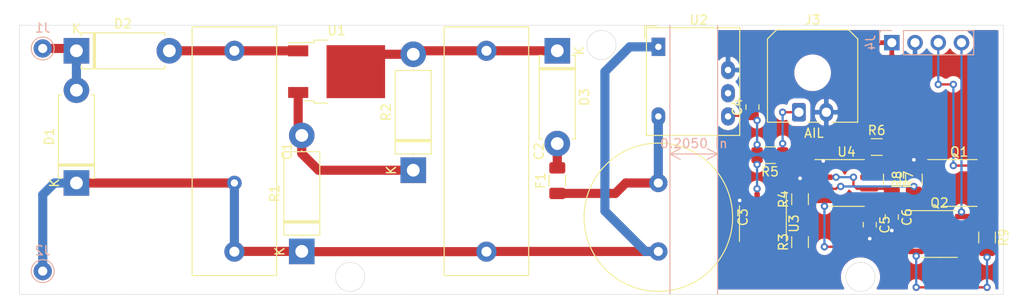
<source format=kicad_pcb>
(kicad_pcb (version 20171130) (host pcbnew "(5.1.5)-3")

  (general
    (thickness 1.6)
    (drawings 31)
    (tracks 155)
    (zones 0)
    (modules 29)
    (nets 20)
  )

  (page A4)
  (layers
    (0 F.Cu signal)
    (31 B.Cu signal)
    (32 B.Adhes user)
    (33 F.Adhes user)
    (34 B.Paste user)
    (35 F.Paste user)
    (36 B.SilkS user)
    (37 F.SilkS user)
    (38 B.Mask user)
    (39 F.Mask user)
    (40 Dwgs.User user)
    (41 Cmts.User user)
    (42 Eco1.User user)
    (43 Eco2.User user)
    (44 Edge.Cuts user)
    (45 Margin user)
    (46 B.CrtYd user)
    (47 F.CrtYd user)
    (48 B.Fab user)
    (49 F.Fab user)
  )

  (setup
    (last_trace_width 0.25)
    (user_trace_width 1)
    (trace_clearance 0.2)
    (zone_clearance 0.508)
    (zone_45_only no)
    (trace_min 0.2)
    (via_size 0.8)
    (via_drill 0.4)
    (via_min_size 0.4)
    (via_min_drill 0.3)
    (user_via 1.6 0.8)
    (uvia_size 0.3)
    (uvia_drill 0.1)
    (uvias_allowed no)
    (uvia_min_size 0.2)
    (uvia_min_drill 0.1)
    (edge_width 0.05)
    (segment_width 0.2)
    (pcb_text_width 0.3)
    (pcb_text_size 1.5 1.5)
    (mod_edge_width 0.12)
    (mod_text_size 1 1)
    (mod_text_width 0.15)
    (pad_size 1.524 1.524)
    (pad_drill 0.762)
    (pad_to_mask_clearance 0.051)
    (solder_mask_min_width 0.25)
    (aux_axis_origin 0 0)
    (visible_elements 7FFFFFFF)
    (pcbplotparams
      (layerselection 0x010fc_ffffffff)
      (usegerberextensions false)
      (usegerberattributes false)
      (usegerberadvancedattributes false)
      (creategerberjobfile false)
      (excludeedgelayer true)
      (linewidth 0.100000)
      (plotframeref false)
      (viasonmask false)
      (mode 1)
      (useauxorigin false)
      (hpglpennumber 1)
      (hpglpenspeed 20)
      (hpglpendiameter 15.000000)
      (psnegative false)
      (psa4output false)
      (plotreference true)
      (plotvalue true)
      (plotinvisibletext false)
      (padsonsilk false)
      (subtractmaskfromsilk false)
      (outputformat 1)
      (mirror false)
      (drillshape 0)
      (scaleselection 1)
      (outputdirectory ""))
  )

  (net 0 "")
  (net 1 /Sheet5F0851A9/Inv-)
  (net 2 "Net-(C1-Pad1)")
  (net 3 "Net-(C2-Pad1)")
  (net 4 "Net-(C3-Pad1)")
  (net 5 "Net-(C4-Pad1)")
  (net 6 GND)
  (net 7 "Net-(C5-Pad1)")
  (net 8 "Net-(C6-Pad1)")
  (net 9 /Sheet5F0851A9/Inv+)
  (net 10 "Net-(D3-Pad2)")
  (net 11 "Net-(J3-Pad1)")
  (net 12 +12V)
  (net 13 "Net-(Q1-Pad4)")
  (net 14 "Net-(Q2-Pad4)")
  (net 15 "Net-(R1-Pad2)")
  (net 16 "Net-(R3-Pad2)")
  (net 17 "Net-(R6-Pad2)")
  (net 18 Red-)
  (net 19 Green+)

  (net_class Default "This is the default net class."
    (clearance 0.2)
    (trace_width 0.25)
    (via_dia 0.8)
    (via_drill 0.4)
    (uvia_dia 0.3)
    (uvia_drill 0.1)
    (add_net +12V)
    (add_net /Sheet5F0851A9/Inv+)
    (add_net /Sheet5F0851A9/Inv-)
    (add_net GND)
    (add_net Green+)
    (add_net "Net-(C1-Pad1)")
    (add_net "Net-(C2-Pad1)")
    (add_net "Net-(C3-Pad1)")
    (add_net "Net-(C4-Pad1)")
    (add_net "Net-(C5-Pad1)")
    (add_net "Net-(C6-Pad1)")
    (add_net "Net-(D3-Pad2)")
    (add_net "Net-(J3-Pad1)")
    (add_net "Net-(Q1-Pad4)")
    (add_net "Net-(Q2-Pad4)")
    (add_net "Net-(R1-Pad2)")
    (add_net "Net-(R3-Pad2)")
    (add_net "Net-(R6-Pad2)")
    (add_net Red-)
  )

  (module Connector_Molex:Molex_Micro-Fit_3.0_43650-0200_1x02_P3.00mm_Horizontal (layer F.Cu) (tedit 5B79A392) (tstamp 5F08A401)
    (at 163.957 96.901)
    (descr "Molex Micro-Fit 3.0 Connector System, 43650-0200 (compatible alternatives: 43650-0201, 43650-0202), 2 Pins per row (https://www.molex.com/pdm_docs/sd/436500300_sd.pdf), generated with kicad-footprint-generator")
    (tags "connector Molex Micro-Fit_3.0 top entry")
    (path /5F0851AA/5F18F3EC)
    (fp_text reference J3 (at 1.5 -10.12) (layer F.SilkS)
      (effects (font (size 1 1) (thickness 0.15)))
    )
    (fp_text value Conn_01x02 (at 1.5 3.22) (layer F.Fab)
      (effects (font (size 1 1) (thickness 0.15)))
    )
    (fp_text user %R (at 1.5 -8.22) (layer F.Fab)
      (effects (font (size 1 1) (thickness 0.15)))
    )
    (fp_line (start 6.82 1.48) (end -3.82 1.48) (layer F.CrtYd) (width 0.05))
    (fp_line (start 6.82 -9.42) (end 6.82 1.48) (layer F.CrtYd) (width 0.05))
    (fp_line (start -3.82 -9.42) (end 6.82 -9.42) (layer F.CrtYd) (width 0.05))
    (fp_line (start -3.82 1.48) (end -3.82 -9.42) (layer F.CrtYd) (width 0.05))
    (fp_line (start 1.01 1.09) (end 2.348233 1.09) (layer F.SilkS) (width 0.12))
    (fp_line (start 6.435 1.09) (end 3.651767 1.09) (layer F.SilkS) (width 0.12))
    (fp_line (start -3.435 1.09) (end -1.01 1.09) (layer F.SilkS) (width 0.12))
    (fp_line (start 6.435 -8.03) (end 6.435 1.09) (layer F.SilkS) (width 0.12))
    (fp_line (start 5.435 -9.03) (end 6.435 -8.03) (layer F.SilkS) (width 0.12))
    (fp_line (start -2.435 -9.03) (end 5.435 -9.03) (layer F.SilkS) (width 0.12))
    (fp_line (start -3.435 -8.03) (end -2.435 -9.03) (layer F.SilkS) (width 0.12))
    (fp_line (start -3.435 1.09) (end -3.435 -8.03) (layer F.SilkS) (width 0.12))
    (fp_line (start 0 0) (end 0.75 0.98) (layer F.Fab) (width 0.1))
    (fp_line (start -0.75 0.98) (end 0 0) (layer F.Fab) (width 0.1))
    (fp_line (start 6.325 0.98) (end -3.325 0.98) (layer F.Fab) (width 0.1))
    (fp_line (start 6.325 -7.92) (end 6.325 0.98) (layer F.Fab) (width 0.1))
    (fp_line (start 5.325 -8.92) (end 6.325 -7.92) (layer F.Fab) (width 0.1))
    (fp_line (start -2.325 -8.92) (end 5.325 -8.92) (layer F.Fab) (width 0.1))
    (fp_line (start -3.325 -7.92) (end -2.325 -8.92) (layer F.Fab) (width 0.1))
    (fp_line (start -3.325 0.98) (end -3.325 -7.92) (layer F.Fab) (width 0.1))
    (pad 2 thru_hole oval (at 3 0) (size 1.5 2.02) (drill 1.02) (layers *.Cu *.Mask)
      (net 6 GND))
    (pad 1 thru_hole roundrect (at 0 0) (size 1.5 2.02) (drill 1.02) (layers *.Cu *.Mask) (roundrect_rratio 0.166667)
      (net 11 "Net-(J3-Pad1)"))
    (pad "" np_thru_hole circle (at 1.5 -4.32) (size 3 3) (drill 3) (layers *.Cu *.Mask))
    (model ${KISYS3DMOD}/Connector_Molex.3dshapes/Molex_Micro-Fit_3.0_43650-0200_1x02_P3.00mm_Horizontal.wrl
      (at (xyz 0 0 0))
      (scale (xyz 1 1 1))
      (rotate (xyz 0 0 0))
    )
    (model ${KISYS3DMOD}/Molex_Micro-fit_Jr.3dshapes/436500200.stp
      (offset (xyz 1.5 4 2.5))
      (scale (xyz 1 1 1))
      (rotate (xyz -90 0 180))
    )
  )

  (module Capacitor_THT:C_Rect_L27.0mm_W9.0mm_P22.00mm (layer F.Cu) (tedit 5AE50EF0) (tstamp 5F089350)
    (at 102.235 90.17 270)
    (descr "C, Rect series, Radial, pin pitch=22.00mm, , length*width=27*9mm^2, Capacitor")
    (tags "C Rect series Radial pin pitch 22.00mm  length 27mm width 9mm Capacitor")
    (path /5F0851AA/5F17886D)
    (fp_text reference C1 (at 11 -5.75 90) (layer F.SilkS)
      (effects (font (size 1 1) (thickness 0.15)))
    )
    (fp_text value 0.1uF (at 11 5.75 90) (layer F.Fab)
      (effects (font (size 1 1) (thickness 0.15)))
    )
    (fp_text user %R (at 11 0 90) (layer F.Fab)
      (effects (font (size 1 1) (thickness 0.15)))
    )
    (fp_line (start 24.75 -4.75) (end -2.75 -4.75) (layer F.CrtYd) (width 0.05))
    (fp_line (start 24.75 4.75) (end 24.75 -4.75) (layer F.CrtYd) (width 0.05))
    (fp_line (start -2.75 4.75) (end 24.75 4.75) (layer F.CrtYd) (width 0.05))
    (fp_line (start -2.75 -4.75) (end -2.75 4.75) (layer F.CrtYd) (width 0.05))
    (fp_line (start 24.62 -4.62) (end 24.62 4.62) (layer F.SilkS) (width 0.12))
    (fp_line (start -2.62 -4.62) (end -2.62 4.62) (layer F.SilkS) (width 0.12))
    (fp_line (start -2.62 4.62) (end 24.62 4.62) (layer F.SilkS) (width 0.12))
    (fp_line (start -2.62 -4.62) (end 24.62 -4.62) (layer F.SilkS) (width 0.12))
    (fp_line (start 24.5 -4.5) (end -2.5 -4.5) (layer F.Fab) (width 0.1))
    (fp_line (start 24.5 4.5) (end 24.5 -4.5) (layer F.Fab) (width 0.1))
    (fp_line (start -2.5 4.5) (end 24.5 4.5) (layer F.Fab) (width 0.1))
    (fp_line (start -2.5 -4.5) (end -2.5 4.5) (layer F.Fab) (width 0.1))
    (pad 2 thru_hole circle (at 22 0 270) (size 2.2 2.2) (drill 1.1) (layers *.Cu *.Mask)
      (net 1 /Sheet5F0851A9/Inv-))
    (pad 1 thru_hole circle (at 0 0 270) (size 2.2 2.2) (drill 1.1) (layers *.Cu *.Mask)
      (net 2 "Net-(C1-Pad1)"))
    (model ${KISYS3DMOD}/Capacitor_THT.3dshapes/C_Rect_L27.0mm_W9.0mm_P22.00mm.wrl
      (at (xyz 0 0 0))
      (scale (xyz 1 1 1))
      (rotate (xyz 0 0 0))
    )
  )

  (module Capacitor_THT:C_Rect_L27.0mm_W9.0mm_P22.00mm (layer F.Cu) (tedit 5AE50EF0) (tstamp 5F0889AD)
    (at 129.794 90.17 270)
    (descr "C, Rect series, Radial, pin pitch=22.00mm, , length*width=27*9mm^2, Capacitor")
    (tags "C Rect series Radial pin pitch 22.00mm  length 27mm width 9mm Capacitor")
    (path /5F0851AA/5F178879)
    (fp_text reference C2 (at 11 -5.75 90) (layer F.SilkS)
      (effects (font (size 1 1) (thickness 0.15)))
    )
    (fp_text value 1uF (at 11 5.75 90) (layer F.Fab)
      (effects (font (size 1 1) (thickness 0.15)))
    )
    (fp_line (start -2.5 -4.5) (end -2.5 4.5) (layer F.Fab) (width 0.1))
    (fp_line (start -2.5 4.5) (end 24.5 4.5) (layer F.Fab) (width 0.1))
    (fp_line (start 24.5 4.5) (end 24.5 -4.5) (layer F.Fab) (width 0.1))
    (fp_line (start 24.5 -4.5) (end -2.5 -4.5) (layer F.Fab) (width 0.1))
    (fp_line (start -2.62 -4.62) (end 24.62 -4.62) (layer F.SilkS) (width 0.12))
    (fp_line (start -2.62 4.62) (end 24.62 4.62) (layer F.SilkS) (width 0.12))
    (fp_line (start -2.62 -4.62) (end -2.62 4.62) (layer F.SilkS) (width 0.12))
    (fp_line (start 24.62 -4.62) (end 24.62 4.62) (layer F.SilkS) (width 0.12))
    (fp_line (start -2.75 -4.75) (end -2.75 4.75) (layer F.CrtYd) (width 0.05))
    (fp_line (start -2.75 4.75) (end 24.75 4.75) (layer F.CrtYd) (width 0.05))
    (fp_line (start 24.75 4.75) (end 24.75 -4.75) (layer F.CrtYd) (width 0.05))
    (fp_line (start 24.75 -4.75) (end -2.75 -4.75) (layer F.CrtYd) (width 0.05))
    (fp_text user %R (at 11 0 90) (layer F.Fab)
      (effects (font (size 1 1) (thickness 0.15)))
    )
    (pad 1 thru_hole circle (at 0 0 270) (size 2.2 2.2) (drill 1.1) (layers *.Cu *.Mask)
      (net 3 "Net-(C2-Pad1)"))
    (pad 2 thru_hole circle (at 22 0 270) (size 2.2 2.2) (drill 1.1) (layers *.Cu *.Mask)
      (net 1 /Sheet5F0851A9/Inv-))
    (model ${KISYS3DMOD}/Capacitor_THT.3dshapes/C_Rect_L27.0mm_W9.0mm_P22.00mm.wrl
      (at (xyz 0 0 0))
      (scale (xyz 1 1 1))
      (rotate (xyz 0 0 0))
    )
  )

  (module Capacitor_THT:C_Radial_D16.0mm_H31.5mm_P7.50mm (layer F.Cu) (tedit 5BC5C9BA) (tstamp 5F0889B7)
    (at 148.59 104.648 270)
    (descr "C, Radial series, Radial, pin pitch=7.50mm, diameter=16mm, height=31.5mm, Non-Polar Electrolytic Capacitor")
    (tags "C Radial series Radial pin pitch 7.50mm diameter 16mm height 31.5mm Non-Polar Electrolytic Capacitor")
    (path /5F0851AA/5F1788C2)
    (fp_text reference C3 (at 3.75 -9.25 90) (layer F.SilkS)
      (effects (font (size 1 1) (thickness 0.15)))
    )
    (fp_text value 47uF (at 3.75 9.25 90) (layer F.Fab)
      (effects (font (size 1 1) (thickness 0.15)))
    )
    (fp_circle (center 3.75 0) (end 11.75 0) (layer F.Fab) (width 0.1))
    (fp_circle (center 3.75 0) (end 11.87 0) (layer F.SilkS) (width 0.12))
    (fp_circle (center 3.75 0) (end 12 0) (layer F.CrtYd) (width 0.05))
    (fp_text user %R (at 3.75 0 90) (layer F.Fab)
      (effects (font (size 1 1) (thickness 0.15)))
    )
    (pad 1 thru_hole circle (at 0 0 270) (size 2 2) (drill 1) (layers *.Cu *.Mask)
      (net 4 "Net-(C3-Pad1)"))
    (pad 2 thru_hole circle (at 7.5 0 270) (size 2 2) (drill 1) (layers *.Cu *.Mask)
      (net 1 /Sheet5F0851A9/Inv-))
    (model ${KISYS3DMOD}/Capacitor_THT.3dshapes/C_Radial_D16.0mm_H31.5mm_P7.50mm.wrl
      (at (xyz 0 0 0))
      (scale (xyz 1 1 1))
      (rotate (xyz 0 0 0))
    )
  )

  (module Capacitor_SMD:C_0805_2012Metric (layer F.Cu) (tedit 5B36C52B) (tstamp 5F0889C8)
    (at 158.877 96.3445 90)
    (descr "Capacitor SMD 0805 (2012 Metric), square (rectangular) end terminal, IPC_7351 nominal, (Body size source: https://docs.google.com/spreadsheets/d/1BsfQQcO9C6DZCsRaXUlFlo91Tg2WpOkGARC1WS5S8t0/edit?usp=sharing), generated with kicad-footprint-generator")
    (tags capacitor)
    (path /5F0851AA/5F1788C8)
    (attr smd)
    (fp_text reference C4 (at 0 -1.65 90) (layer F.SilkS)
      (effects (font (size 1 1) (thickness 0.15)))
    )
    (fp_text value 27uF (at 0 1.65 90) (layer F.Fab)
      (effects (font (size 1 1) (thickness 0.15)))
    )
    (fp_line (start -1 0.6) (end -1 -0.6) (layer F.Fab) (width 0.1))
    (fp_line (start -1 -0.6) (end 1 -0.6) (layer F.Fab) (width 0.1))
    (fp_line (start 1 -0.6) (end 1 0.6) (layer F.Fab) (width 0.1))
    (fp_line (start 1 0.6) (end -1 0.6) (layer F.Fab) (width 0.1))
    (fp_line (start -0.258578 -0.71) (end 0.258578 -0.71) (layer F.SilkS) (width 0.12))
    (fp_line (start -0.258578 0.71) (end 0.258578 0.71) (layer F.SilkS) (width 0.12))
    (fp_line (start -1.68 0.95) (end -1.68 -0.95) (layer F.CrtYd) (width 0.05))
    (fp_line (start -1.68 -0.95) (end 1.68 -0.95) (layer F.CrtYd) (width 0.05))
    (fp_line (start 1.68 -0.95) (end 1.68 0.95) (layer F.CrtYd) (width 0.05))
    (fp_line (start 1.68 0.95) (end -1.68 0.95) (layer F.CrtYd) (width 0.05))
    (fp_text user %R (at 0 0 90) (layer F.Fab)
      (effects (font (size 0.5 0.5) (thickness 0.08)))
    )
    (pad 1 smd roundrect (at -0.9375 0 90) (size 0.975 1.4) (layers F.Cu F.Paste F.Mask) (roundrect_rratio 0.25)
      (net 5 "Net-(C4-Pad1)"))
    (pad 2 smd roundrect (at 0.9375 0 90) (size 0.975 1.4) (layers F.Cu F.Paste F.Mask) (roundrect_rratio 0.25)
      (net 6 GND))
    (model ${KISYS3DMOD}/Capacitor_SMD.3dshapes/C_0805_2012Metric.wrl
      (at (xyz 0 0 0))
      (scale (xyz 1 1 1))
      (rotate (xyz 0 0 0))
    )
  )

  (module Capacitor_SMD:C_0805_2012Metric (layer F.Cu) (tedit 5B36C52B) (tstamp 5F08A23E)
    (at 171.704 109.22 270)
    (descr "Capacitor SMD 0805 (2012 Metric), square (rectangular) end terminal, IPC_7351 nominal, (Body size source: https://docs.google.com/spreadsheets/d/1BsfQQcO9C6DZCsRaXUlFlo91Tg2WpOkGARC1WS5S8t0/edit?usp=sharing), generated with kicad-footprint-generator")
    (tags capacitor)
    (path /5F0851AA/5F1B5517)
    (attr smd)
    (fp_text reference C5 (at 0 -1.65 90) (layer F.SilkS)
      (effects (font (size 1 1) (thickness 0.15)))
    )
    (fp_text value 0.01u (at 0 1.65 90) (layer F.Fab)
      (effects (font (size 1 1) (thickness 0.15)))
    )
    (fp_text user %R (at 0 0 90) (layer F.Fab)
      (effects (font (size 0.5 0.5) (thickness 0.08)))
    )
    (fp_line (start 1.68 0.95) (end -1.68 0.95) (layer F.CrtYd) (width 0.05))
    (fp_line (start 1.68 -0.95) (end 1.68 0.95) (layer F.CrtYd) (width 0.05))
    (fp_line (start -1.68 -0.95) (end 1.68 -0.95) (layer F.CrtYd) (width 0.05))
    (fp_line (start -1.68 0.95) (end -1.68 -0.95) (layer F.CrtYd) (width 0.05))
    (fp_line (start -0.258578 0.71) (end 0.258578 0.71) (layer F.SilkS) (width 0.12))
    (fp_line (start -0.258578 -0.71) (end 0.258578 -0.71) (layer F.SilkS) (width 0.12))
    (fp_line (start 1 0.6) (end -1 0.6) (layer F.Fab) (width 0.1))
    (fp_line (start 1 -0.6) (end 1 0.6) (layer F.Fab) (width 0.1))
    (fp_line (start -1 -0.6) (end 1 -0.6) (layer F.Fab) (width 0.1))
    (fp_line (start -1 0.6) (end -1 -0.6) (layer F.Fab) (width 0.1))
    (pad 2 smd roundrect (at 0.9375 0 270) (size 0.975 1.4) (layers F.Cu F.Paste F.Mask) (roundrect_rratio 0.25)
      (net 6 GND))
    (pad 1 smd roundrect (at -0.9375 0 270) (size 0.975 1.4) (layers F.Cu F.Paste F.Mask) (roundrect_rratio 0.25)
      (net 7 "Net-(C5-Pad1)"))
    (model ${KISYS3DMOD}/Capacitor_SMD.3dshapes/C_0805_2012Metric.wrl
      (at (xyz 0 0 0))
      (scale (xyz 1 1 1))
      (rotate (xyz 0 0 0))
    )
  )

  (module Capacitor_SMD:C_0805_2012Metric (layer F.Cu) (tedit 5B36C52B) (tstamp 5F0889EA)
    (at 174.117 108.3795 270)
    (descr "Capacitor SMD 0805 (2012 Metric), square (rectangular) end terminal, IPC_7351 nominal, (Body size source: https://docs.google.com/spreadsheets/d/1BsfQQcO9C6DZCsRaXUlFlo91Tg2WpOkGARC1WS5S8t0/edit?usp=sharing), generated with kicad-footprint-generator")
    (tags capacitor)
    (path /5F0851AA/5F1787D7)
    (attr smd)
    (fp_text reference C6 (at 0 -1.65 90) (layer F.SilkS)
      (effects (font (size 1 1) (thickness 0.15)))
    )
    (fp_text value 10u (at 0 1.65 90) (layer F.Fab)
      (effects (font (size 1 1) (thickness 0.15)))
    )
    (fp_line (start -1 0.6) (end -1 -0.6) (layer F.Fab) (width 0.1))
    (fp_line (start -1 -0.6) (end 1 -0.6) (layer F.Fab) (width 0.1))
    (fp_line (start 1 -0.6) (end 1 0.6) (layer F.Fab) (width 0.1))
    (fp_line (start 1 0.6) (end -1 0.6) (layer F.Fab) (width 0.1))
    (fp_line (start -0.258578 -0.71) (end 0.258578 -0.71) (layer F.SilkS) (width 0.12))
    (fp_line (start -0.258578 0.71) (end 0.258578 0.71) (layer F.SilkS) (width 0.12))
    (fp_line (start -1.68 0.95) (end -1.68 -0.95) (layer F.CrtYd) (width 0.05))
    (fp_line (start -1.68 -0.95) (end 1.68 -0.95) (layer F.CrtYd) (width 0.05))
    (fp_line (start 1.68 -0.95) (end 1.68 0.95) (layer F.CrtYd) (width 0.05))
    (fp_line (start 1.68 0.95) (end -1.68 0.95) (layer F.CrtYd) (width 0.05))
    (fp_text user %R (at 0 0 90) (layer F.Fab)
      (effects (font (size 0.5 0.5) (thickness 0.08)))
    )
    (pad 1 smd roundrect (at -0.9375 0 270) (size 0.975 1.4) (layers F.Cu F.Paste F.Mask) (roundrect_rratio 0.25)
      (net 8 "Net-(C6-Pad1)"))
    (pad 2 smd roundrect (at 0.9375 0 270) (size 0.975 1.4) (layers F.Cu F.Paste F.Mask) (roundrect_rratio 0.25)
      (net 6 GND))
    (model ${KISYS3DMOD}/Capacitor_SMD.3dshapes/C_0805_2012Metric.wrl
      (at (xyz 0 0 0))
      (scale (xyz 1 1 1))
      (rotate (xyz 0 0 0))
    )
  )

  (module Diode_THT:D_5W_P10.16mm_Horizontal (layer F.Cu) (tedit 5AE50CD5) (tstamp 5F0893ED)
    (at 84.963 104.648 90)
    (descr "Diode, 5W series, Axial, Horizontal, pin pitch=10.16mm, , length*diameter=8.9*3.7mm^2, , http://www.diodes.com/_files/packages/8686949.gif")
    (tags "Diode 5W series Axial Horizontal pin pitch 10.16mm  length 8.9mm diameter 3.7mm")
    (path /5F0851AA/5F17888B)
    (fp_text reference D1 (at 5.08 -2.97 90) (layer F.SilkS)
      (effects (font (size 1 1) (thickness 0.15)))
    )
    (fp_text value DIODE (at 5.08 2.97 90) (layer F.Fab)
      (effects (font (size 1 1) (thickness 0.15)))
    )
    (fp_line (start 0.63 -1.85) (end 0.63 1.85) (layer F.Fab) (width 0.1))
    (fp_line (start 0.63 1.85) (end 9.53 1.85) (layer F.Fab) (width 0.1))
    (fp_line (start 9.53 1.85) (end 9.53 -1.85) (layer F.Fab) (width 0.1))
    (fp_line (start 9.53 -1.85) (end 0.63 -1.85) (layer F.Fab) (width 0.1))
    (fp_line (start 0 0) (end 0.63 0) (layer F.Fab) (width 0.1))
    (fp_line (start 10.16 0) (end 9.53 0) (layer F.Fab) (width 0.1))
    (fp_line (start 1.965 -1.85) (end 1.965 1.85) (layer F.Fab) (width 0.1))
    (fp_line (start 2.065 -1.85) (end 2.065 1.85) (layer F.Fab) (width 0.1))
    (fp_line (start 1.865 -1.85) (end 1.865 1.85) (layer F.Fab) (width 0.1))
    (fp_line (start 0.51 -1.64) (end 0.51 -1.97) (layer F.SilkS) (width 0.12))
    (fp_line (start 0.51 -1.97) (end 9.65 -1.97) (layer F.SilkS) (width 0.12))
    (fp_line (start 9.65 -1.97) (end 9.65 -1.64) (layer F.SilkS) (width 0.12))
    (fp_line (start 0.51 1.64) (end 0.51 1.97) (layer F.SilkS) (width 0.12))
    (fp_line (start 0.51 1.97) (end 9.65 1.97) (layer F.SilkS) (width 0.12))
    (fp_line (start 9.65 1.97) (end 9.65 1.64) (layer F.SilkS) (width 0.12))
    (fp_line (start 1.965 -1.97) (end 1.965 1.97) (layer F.SilkS) (width 0.12))
    (fp_line (start 2.085 -1.97) (end 2.085 1.97) (layer F.SilkS) (width 0.12))
    (fp_line (start 1.845 -1.97) (end 1.845 1.97) (layer F.SilkS) (width 0.12))
    (fp_line (start -1.65 -2.1) (end -1.65 2.1) (layer F.CrtYd) (width 0.05))
    (fp_line (start -1.65 2.1) (end 11.81 2.1) (layer F.CrtYd) (width 0.05))
    (fp_line (start 11.81 2.1) (end 11.81 -2.1) (layer F.CrtYd) (width 0.05))
    (fp_line (start 11.81 -2.1) (end -1.65 -2.1) (layer F.CrtYd) (width 0.05))
    (fp_text user %R (at 5.7475 0 90) (layer F.Fab)
      (effects (font (size 1 1) (thickness 0.15)))
    )
    (fp_text user K (at 0 -2.4 90) (layer F.Fab)
      (effects (font (size 1 1) (thickness 0.15)))
    )
    (fp_text user K (at 0 -2.4 90) (layer F.SilkS)
      (effects (font (size 1 1) (thickness 0.15)))
    )
    (pad 1 thru_hole rect (at 0 0 90) (size 2.8 2.8) (drill 1.4) (layers *.Cu *.Mask)
      (net 1 /Sheet5F0851A9/Inv-))
    (pad 2 thru_hole oval (at 10.16 0 90) (size 2.8 2.8) (drill 1.4) (layers *.Cu *.Mask)
      (net 9 /Sheet5F0851A9/Inv+))
    (model ${KISYS3DMOD}/Diode_THT.3dshapes/D_5W_P10.16mm_Horizontal.wrl
      (at (xyz 0 0 0))
      (scale (xyz 1 1 1))
      (rotate (xyz 0 0 0))
    )
  )

  (module Diode_THT:D_5W_P10.16mm_Horizontal (layer F.Cu) (tedit 5AE50CD5) (tstamp 5F088A28)
    (at 84.963 90.17)
    (descr "Diode, 5W series, Axial, Horizontal, pin pitch=10.16mm, , length*diameter=8.9*3.7mm^2, , http://www.diodes.com/_files/packages/8686949.gif")
    (tags "Diode 5W series Axial Horizontal pin pitch 10.16mm  length 8.9mm diameter 3.7mm")
    (path /5F0851AA/5F178891)
    (fp_text reference D2 (at 5.08 -2.97) (layer F.SilkS)
      (effects (font (size 1 1) (thickness 0.15)))
    )
    (fp_text value D_Zener (at 5.08 2.97) (layer F.Fab)
      (effects (font (size 1 1) (thickness 0.15)))
    )
    (fp_text user K (at 0 -2.4) (layer F.SilkS)
      (effects (font (size 1 1) (thickness 0.15)))
    )
    (fp_text user K (at 0 -2.4) (layer F.Fab)
      (effects (font (size 1 1) (thickness 0.15)))
    )
    (fp_text user %R (at 5.7475 0) (layer F.Fab)
      (effects (font (size 1 1) (thickness 0.15)))
    )
    (fp_line (start 11.81 -2.1) (end -1.65 -2.1) (layer F.CrtYd) (width 0.05))
    (fp_line (start 11.81 2.1) (end 11.81 -2.1) (layer F.CrtYd) (width 0.05))
    (fp_line (start -1.65 2.1) (end 11.81 2.1) (layer F.CrtYd) (width 0.05))
    (fp_line (start -1.65 -2.1) (end -1.65 2.1) (layer F.CrtYd) (width 0.05))
    (fp_line (start 1.845 -1.97) (end 1.845 1.97) (layer F.SilkS) (width 0.12))
    (fp_line (start 2.085 -1.97) (end 2.085 1.97) (layer F.SilkS) (width 0.12))
    (fp_line (start 1.965 -1.97) (end 1.965 1.97) (layer F.SilkS) (width 0.12))
    (fp_line (start 9.65 1.97) (end 9.65 1.64) (layer F.SilkS) (width 0.12))
    (fp_line (start 0.51 1.97) (end 9.65 1.97) (layer F.SilkS) (width 0.12))
    (fp_line (start 0.51 1.64) (end 0.51 1.97) (layer F.SilkS) (width 0.12))
    (fp_line (start 9.65 -1.97) (end 9.65 -1.64) (layer F.SilkS) (width 0.12))
    (fp_line (start 0.51 -1.97) (end 9.65 -1.97) (layer F.SilkS) (width 0.12))
    (fp_line (start 0.51 -1.64) (end 0.51 -1.97) (layer F.SilkS) (width 0.12))
    (fp_line (start 1.865 -1.85) (end 1.865 1.85) (layer F.Fab) (width 0.1))
    (fp_line (start 2.065 -1.85) (end 2.065 1.85) (layer F.Fab) (width 0.1))
    (fp_line (start 1.965 -1.85) (end 1.965 1.85) (layer F.Fab) (width 0.1))
    (fp_line (start 10.16 0) (end 9.53 0) (layer F.Fab) (width 0.1))
    (fp_line (start 0 0) (end 0.63 0) (layer F.Fab) (width 0.1))
    (fp_line (start 9.53 -1.85) (end 0.63 -1.85) (layer F.Fab) (width 0.1))
    (fp_line (start 9.53 1.85) (end 9.53 -1.85) (layer F.Fab) (width 0.1))
    (fp_line (start 0.63 1.85) (end 9.53 1.85) (layer F.Fab) (width 0.1))
    (fp_line (start 0.63 -1.85) (end 0.63 1.85) (layer F.Fab) (width 0.1))
    (pad 2 thru_hole oval (at 10.16 0) (size 2.8 2.8) (drill 1.4) (layers *.Cu *.Mask)
      (net 2 "Net-(C1-Pad1)"))
    (pad 1 thru_hole rect (at 0 0) (size 2.8 2.8) (drill 1.4) (layers *.Cu *.Mask)
      (net 9 /Sheet5F0851A9/Inv+))
    (model ${KISYS3DMOD}/Diode_THT.3dshapes/D_5W_P10.16mm_Horizontal.wrl
      (at (xyz 0 0 0))
      (scale (xyz 1 1 1))
      (rotate (xyz 0 0 0))
    )
  )

  (module Diode_THT:D_5W_P10.16mm_Horizontal (layer F.Cu) (tedit 5AE50CD5) (tstamp 5F088A47)
    (at 137.541 90.17 270)
    (descr "Diode, 5W series, Axial, Horizontal, pin pitch=10.16mm, , length*diameter=8.9*3.7mm^2, , http://www.diodes.com/_files/packages/8686949.gif")
    (tags "Diode 5W series Axial Horizontal pin pitch 10.16mm  length 8.9mm diameter 3.7mm")
    (path /5F0851AA/5F178873)
    (fp_text reference D3 (at 5.08 -2.97 90) (layer F.SilkS)
      (effects (font (size 1 1) (thickness 0.15)))
    )
    (fp_text value DIODE (at 5.08 2.97 90) (layer F.Fab)
      (effects (font (size 1 1) (thickness 0.15)))
    )
    (fp_line (start 0.63 -1.85) (end 0.63 1.85) (layer F.Fab) (width 0.1))
    (fp_line (start 0.63 1.85) (end 9.53 1.85) (layer F.Fab) (width 0.1))
    (fp_line (start 9.53 1.85) (end 9.53 -1.85) (layer F.Fab) (width 0.1))
    (fp_line (start 9.53 -1.85) (end 0.63 -1.85) (layer F.Fab) (width 0.1))
    (fp_line (start 0 0) (end 0.63 0) (layer F.Fab) (width 0.1))
    (fp_line (start 10.16 0) (end 9.53 0) (layer F.Fab) (width 0.1))
    (fp_line (start 1.965 -1.85) (end 1.965 1.85) (layer F.Fab) (width 0.1))
    (fp_line (start 2.065 -1.85) (end 2.065 1.85) (layer F.Fab) (width 0.1))
    (fp_line (start 1.865 -1.85) (end 1.865 1.85) (layer F.Fab) (width 0.1))
    (fp_line (start 0.51 -1.64) (end 0.51 -1.97) (layer F.SilkS) (width 0.12))
    (fp_line (start 0.51 -1.97) (end 9.65 -1.97) (layer F.SilkS) (width 0.12))
    (fp_line (start 9.65 -1.97) (end 9.65 -1.64) (layer F.SilkS) (width 0.12))
    (fp_line (start 0.51 1.64) (end 0.51 1.97) (layer F.SilkS) (width 0.12))
    (fp_line (start 0.51 1.97) (end 9.65 1.97) (layer F.SilkS) (width 0.12))
    (fp_line (start 9.65 1.97) (end 9.65 1.64) (layer F.SilkS) (width 0.12))
    (fp_line (start 1.965 -1.97) (end 1.965 1.97) (layer F.SilkS) (width 0.12))
    (fp_line (start 2.085 -1.97) (end 2.085 1.97) (layer F.SilkS) (width 0.12))
    (fp_line (start 1.845 -1.97) (end 1.845 1.97) (layer F.SilkS) (width 0.12))
    (fp_line (start -1.65 -2.1) (end -1.65 2.1) (layer F.CrtYd) (width 0.05))
    (fp_line (start -1.65 2.1) (end 11.81 2.1) (layer F.CrtYd) (width 0.05))
    (fp_line (start 11.81 2.1) (end 11.81 -2.1) (layer F.CrtYd) (width 0.05))
    (fp_line (start 11.81 -2.1) (end -1.65 -2.1) (layer F.CrtYd) (width 0.05))
    (fp_text user %R (at 5.7475 0 90) (layer F.Fab)
      (effects (font (size 1 1) (thickness 0.15)))
    )
    (fp_text user K (at 0 -2.4 90) (layer F.Fab)
      (effects (font (size 1 1) (thickness 0.15)))
    )
    (fp_text user K (at 0 -2.4 90) (layer F.SilkS)
      (effects (font (size 1 1) (thickness 0.15)))
    )
    (pad 1 thru_hole rect (at 0 0 270) (size 2.8 2.8) (drill 1.4) (layers *.Cu *.Mask)
      (net 3 "Net-(C2-Pad1)"))
    (pad 2 thru_hole oval (at 10.16 0 270) (size 2.8 2.8) (drill 1.4) (layers *.Cu *.Mask)
      (net 10 "Net-(D3-Pad2)"))
    (model ${KISYS3DMOD}/Diode_THT.3dshapes/D_5W_P10.16mm_Horizontal.wrl
      (at (xyz 0 0 0))
      (scale (xyz 1 1 1))
      (rotate (xyz 0 0 0))
    )
  )

  (module Fuse:Fuse_1206_3216Metric (layer F.Cu) (tedit 5B301BBE) (tstamp 5F088A58)
    (at 137.541 104.391 90)
    (descr "Fuse SMD 1206 (3216 Metric), square (rectangular) end terminal, IPC_7351 nominal, (Body size source: http://www.tortai-tech.com/upload/download/2011102023233369053.pdf), generated with kicad-footprint-generator")
    (tags resistor)
    (path /5F0851AA/5F178897)
    (attr smd)
    (fp_text reference F1 (at 0 -1.82 90) (layer F.SilkS)
      (effects (font (size 1 1) (thickness 0.15)))
    )
    (fp_text value 50mA (at 0 1.82 90) (layer F.Fab)
      (effects (font (size 1 1) (thickness 0.15)))
    )
    (fp_line (start -1.6 0.8) (end -1.6 -0.8) (layer F.Fab) (width 0.1))
    (fp_line (start -1.6 -0.8) (end 1.6 -0.8) (layer F.Fab) (width 0.1))
    (fp_line (start 1.6 -0.8) (end 1.6 0.8) (layer F.Fab) (width 0.1))
    (fp_line (start 1.6 0.8) (end -1.6 0.8) (layer F.Fab) (width 0.1))
    (fp_line (start -0.602064 -0.91) (end 0.602064 -0.91) (layer F.SilkS) (width 0.12))
    (fp_line (start -0.602064 0.91) (end 0.602064 0.91) (layer F.SilkS) (width 0.12))
    (fp_line (start -2.28 1.12) (end -2.28 -1.12) (layer F.CrtYd) (width 0.05))
    (fp_line (start -2.28 -1.12) (end 2.28 -1.12) (layer F.CrtYd) (width 0.05))
    (fp_line (start 2.28 -1.12) (end 2.28 1.12) (layer F.CrtYd) (width 0.05))
    (fp_line (start 2.28 1.12) (end -2.28 1.12) (layer F.CrtYd) (width 0.05))
    (fp_text user %R (at 0 0 90) (layer F.Fab)
      (effects (font (size 0.8 0.8) (thickness 0.12)))
    )
    (pad 1 smd roundrect (at -1.4 0 90) (size 1.25 1.75) (layers F.Cu F.Paste F.Mask) (roundrect_rratio 0.2)
      (net 4 "Net-(C3-Pad1)"))
    (pad 2 smd roundrect (at 1.4 0 90) (size 1.25 1.75) (layers F.Cu F.Paste F.Mask) (roundrect_rratio 0.2)
      (net 10 "Net-(D3-Pad2)"))
    (model ${KISYS3DMOD}/Fuse.3dshapes/Fuse_1206_3216Metric.wrl
      (at (xyz 0 0 0))
      (scale (xyz 1 1 1))
      (rotate (xyz 0 0 0))
    )
  )

  (module Connector_Pin:Pin_D1.0mm_L10.0mm (layer B.Cu) (tedit 5A1DC084) (tstamp 5F088A62)
    (at 81.28 89.916)
    (descr "solder Pin_ diameter 1.0mm, hole diameter 1.0mm (press fit), length 10.0mm")
    (tags "solder Pin_ press fit")
    (path /5F0851AA/5F1965D1)
    (fp_text reference J1 (at 0 -2.25) (layer B.SilkS)
      (effects (font (size 1 1) (thickness 0.15)) (justify mirror))
    )
    (fp_text value Conn_01x01 (at 0 2.05) (layer B.Fab)
      (effects (font (size 1 1) (thickness 0.15)) (justify mirror))
    )
    (fp_circle (center 0 0) (end 1.25 -0.05) (layer B.SilkS) (width 0.12))
    (fp_circle (center 0 0) (end 1 0) (layer B.Fab) (width 0.12))
    (fp_circle (center 0 0) (end 0.5 0) (layer B.Fab) (width 0.12))
    (fp_circle (center 0 0) (end 1.5 0) (layer B.CrtYd) (width 0.05))
    (fp_text user %R (at 0 -2.25) (layer B.Fab)
      (effects (font (size 1 1) (thickness 0.15)) (justify mirror))
    )
    (pad 1 thru_hole circle (at 0 0) (size 2 2) (drill 1) (layers *.Cu *.Mask)
      (net 9 /Sheet5F0851A9/Inv+))
    (model ${KISYS3DMOD}/Connector_Pin.3dshapes/Pin_D1.0mm_L10.0mm.wrl
      (at (xyz 0 0 0))
      (scale (xyz 1 1 1))
      (rotate (xyz 0 0 0))
    )
  )

  (module Connector_Pin:Pin_D1.0mm_L10.0mm (layer B.Cu) (tedit 5A1DC084) (tstamp 5F089458)
    (at 81.28 114.3)
    (descr "solder Pin_ diameter 1.0mm, hole diameter 1.0mm (press fit), length 10.0mm")
    (tags "solder Pin_ press fit")
    (path /5F0851AA/5F1975A4)
    (fp_text reference J2 (at 0 -2.25) (layer B.SilkS)
      (effects (font (size 1 1) (thickness 0.15)) (justify mirror))
    )
    (fp_text value Conn_01x01 (at 0 2.05) (layer B.Fab)
      (effects (font (size 1 1) (thickness 0.15)) (justify mirror))
    )
    (fp_circle (center 0 0) (end 1.25 -0.05) (layer B.SilkS) (width 0.12))
    (fp_circle (center 0 0) (end 1 0) (layer B.Fab) (width 0.12))
    (fp_circle (center 0 0) (end 0.5 0) (layer B.Fab) (width 0.12))
    (fp_circle (center 0 0) (end 1.5 0) (layer B.CrtYd) (width 0.05))
    (fp_text user %R (at 0 -2.25) (layer B.Fab)
      (effects (font (size 1 1) (thickness 0.15)) (justify mirror))
    )
    (pad 1 thru_hole circle (at 0 0) (size 2 2) (drill 1) (layers *.Cu *.Mask)
      (net 1 /Sheet5F0851A9/Inv-))
    (model ${KISYS3DMOD}/Connector_Pin.3dshapes/Pin_D1.0mm_L10.0mm.wrl
      (at (xyz 0 0 0))
      (scale (xyz 1 1 1))
      (rotate (xyz 0 0 0))
    )
  )

  (module Package_SO:SO-8_3.9x4.9mm_P1.27mm (layer F.Cu) (tedit 5D9F72B1) (tstamp 5F088ADA)
    (at 181.483 104.648)
    (descr "SO, 8 Pin (https://www.nxp.com/docs/en/data-sheet/PCF8523.pdf), generated with kicad-footprint-generator ipc_gullwing_generator.py")
    (tags "SO SO")
    (path /5F0851AA/5F22EF0B)
    (attr smd)
    (fp_text reference Q1 (at 0 -3.4) (layer F.SilkS)
      (effects (font (size 1 1) (thickness 0.15)))
    )
    (fp_text value Q_NMOS_SGD (at 0 3.4) (layer F.Fab)
      (effects (font (size 1 1) (thickness 0.15)))
    )
    (fp_text user %R (at 0 0) (layer F.Fab)
      (effects (font (size 0.98 0.98) (thickness 0.15)))
    )
    (fp_line (start 3.7 -2.7) (end -3.7 -2.7) (layer F.CrtYd) (width 0.05))
    (fp_line (start 3.7 2.7) (end 3.7 -2.7) (layer F.CrtYd) (width 0.05))
    (fp_line (start -3.7 2.7) (end 3.7 2.7) (layer F.CrtYd) (width 0.05))
    (fp_line (start -3.7 -2.7) (end -3.7 2.7) (layer F.CrtYd) (width 0.05))
    (fp_line (start -1.95 -1.475) (end -0.975 -2.45) (layer F.Fab) (width 0.1))
    (fp_line (start -1.95 2.45) (end -1.95 -1.475) (layer F.Fab) (width 0.1))
    (fp_line (start 1.95 2.45) (end -1.95 2.45) (layer F.Fab) (width 0.1))
    (fp_line (start 1.95 -2.45) (end 1.95 2.45) (layer F.Fab) (width 0.1))
    (fp_line (start -0.975 -2.45) (end 1.95 -2.45) (layer F.Fab) (width 0.1))
    (fp_line (start 0 -2.56) (end -3.45 -2.56) (layer F.SilkS) (width 0.12))
    (fp_line (start 0 -2.56) (end 1.95 -2.56) (layer F.SilkS) (width 0.12))
    (fp_line (start 0 2.56) (end -1.95 2.56) (layer F.SilkS) (width 0.12))
    (fp_line (start 0 2.56) (end 1.95 2.56) (layer F.SilkS) (width 0.12))
    (pad 8 smd roundrect (at 2.575 -1.905) (size 1.75 0.6) (layers F.Cu F.Paste F.Mask) (roundrect_rratio 0.25)
      (net 18 Red-))
    (pad 7 smd roundrect (at 2.575 -0.635) (size 1.75 0.6) (layers F.Cu F.Paste F.Mask) (roundrect_rratio 0.25))
    (pad 6 smd roundrect (at 2.575 0.635) (size 1.75 0.6) (layers F.Cu F.Paste F.Mask) (roundrect_rratio 0.25))
    (pad 5 smd roundrect (at 2.575 1.905) (size 1.75 0.6) (layers F.Cu F.Paste F.Mask) (roundrect_rratio 0.25))
    (pad 4 smd roundrect (at -2.575 1.905) (size 1.75 0.6) (layers F.Cu F.Paste F.Mask) (roundrect_rratio 0.25)
      (net 13 "Net-(Q1-Pad4)"))
    (pad 3 smd roundrect (at -2.575 0.635) (size 1.75 0.6) (layers F.Cu F.Paste F.Mask) (roundrect_rratio 0.25))
    (pad 2 smd roundrect (at -2.575 -0.635) (size 1.75 0.6) (layers F.Cu F.Paste F.Mask) (roundrect_rratio 0.25))
    (pad 1 smd roundrect (at -2.575 -1.905) (size 1.75 0.6) (layers F.Cu F.Paste F.Mask) (roundrect_rratio 0.25)
      (net 6 GND))
    (model ${KISYS3DMOD}/Package_SO.3dshapes/SO-8_3.9x4.9mm_P1.27mm.wrl
      (at (xyz 0 0 0))
      (scale (xyz 1 1 1))
      (rotate (xyz 0 0 0))
    )
    (model ${KISYS3DMOD}/Package_SO.3dshapes/SOIC-8_3.9x4.9mm_P1.27mm.step
      (at (xyz 0 0 0))
      (scale (xyz 1 1 1))
      (rotate (xyz 0 0 0))
    )
  )

  (module Package_SO:SO-8_3.9x4.9mm_P1.27mm (layer F.Cu) (tedit 5D9F72B1) (tstamp 5F088AF4)
    (at 179.324 110.236)
    (descr "SO, 8 Pin (https://www.nxp.com/docs/en/data-sheet/PCF8523.pdf), generated with kicad-footprint-generator ipc_gullwing_generator.py")
    (tags "SO SO")
    (path /5F0851AA/5F22D191)
    (attr smd)
    (fp_text reference Q2 (at 0 -3.4) (layer F.SilkS)
      (effects (font (size 1 1) (thickness 0.15)))
    )
    (fp_text value Q_PMOS_SDG (at 0 3.4) (layer F.Fab)
      (effects (font (size 1 1) (thickness 0.15)))
    )
    (fp_line (start 0 2.56) (end 1.95 2.56) (layer F.SilkS) (width 0.12))
    (fp_line (start 0 2.56) (end -1.95 2.56) (layer F.SilkS) (width 0.12))
    (fp_line (start 0 -2.56) (end 1.95 -2.56) (layer F.SilkS) (width 0.12))
    (fp_line (start 0 -2.56) (end -3.45 -2.56) (layer F.SilkS) (width 0.12))
    (fp_line (start -0.975 -2.45) (end 1.95 -2.45) (layer F.Fab) (width 0.1))
    (fp_line (start 1.95 -2.45) (end 1.95 2.45) (layer F.Fab) (width 0.1))
    (fp_line (start 1.95 2.45) (end -1.95 2.45) (layer F.Fab) (width 0.1))
    (fp_line (start -1.95 2.45) (end -1.95 -1.475) (layer F.Fab) (width 0.1))
    (fp_line (start -1.95 -1.475) (end -0.975 -2.45) (layer F.Fab) (width 0.1))
    (fp_line (start -3.7 -2.7) (end -3.7 2.7) (layer F.CrtYd) (width 0.05))
    (fp_line (start -3.7 2.7) (end 3.7 2.7) (layer F.CrtYd) (width 0.05))
    (fp_line (start 3.7 2.7) (end 3.7 -2.7) (layer F.CrtYd) (width 0.05))
    (fp_line (start 3.7 -2.7) (end -3.7 -2.7) (layer F.CrtYd) (width 0.05))
    (fp_text user %R (at 0 0) (layer F.Fab)
      (effects (font (size 0.98 0.98) (thickness 0.15)))
    )
    (pad 1 smd roundrect (at -2.575 -1.905) (size 1.75 0.6) (layers F.Cu F.Paste F.Mask) (roundrect_rratio 0.25)
      (net 12 +12V))
    (pad 2 smd roundrect (at -2.575 -0.635) (size 1.75 0.6) (layers F.Cu F.Paste F.Mask) (roundrect_rratio 0.25))
    (pad 3 smd roundrect (at -2.575 0.635) (size 1.75 0.6) (layers F.Cu F.Paste F.Mask) (roundrect_rratio 0.25))
    (pad 4 smd roundrect (at -2.575 1.905) (size 1.75 0.6) (layers F.Cu F.Paste F.Mask) (roundrect_rratio 0.25)
      (net 14 "Net-(Q2-Pad4)"))
    (pad 5 smd roundrect (at 2.575 1.905) (size 1.75 0.6) (layers F.Cu F.Paste F.Mask) (roundrect_rratio 0.25))
    (pad 6 smd roundrect (at 2.575 0.635) (size 1.75 0.6) (layers F.Cu F.Paste F.Mask) (roundrect_rratio 0.25))
    (pad 7 smd roundrect (at 2.575 -0.635) (size 1.75 0.6) (layers F.Cu F.Paste F.Mask) (roundrect_rratio 0.25))
    (pad 8 smd roundrect (at 2.575 -1.905) (size 1.75 0.6) (layers F.Cu F.Paste F.Mask) (roundrect_rratio 0.25)
      (net 19 Green+))
    (model ${KISYS3DMOD}/Package_SO.3dshapes/SO-8_3.9x4.9mm_P1.27mm.wrl
      (at (xyz 0 0 0))
      (scale (xyz 1 1 1))
      (rotate (xyz 0 0 0))
    )
    (model ${KISYS3DMOD}/Package_SO.3dshapes/SOIC-8_3.9x4.9mm_P1.27mm.step
      (at (xyz 0 0 0))
      (scale (xyz 1 1 1))
      (rotate (xyz 0 0 0))
    )
  )

  (module Diode_THT:D_5W_P12.70mm_Horizontal (layer F.Cu) (tedit 5AE50CD5) (tstamp 5F088B13)
    (at 109.601 112.141 90)
    (descr "Diode, 5W series, Axial, Horizontal, pin pitch=12.7mm, , length*diameter=8.9*3.7mm^2, , http://www.diodes.com/_files/packages/8686949.gif")
    (tags "Diode 5W series Axial Horizontal pin pitch 12.7mm  length 8.9mm diameter 3.7mm")
    (path /5F0851AA/5F178885)
    (fp_text reference R1 (at 6.35 -2.97 90) (layer F.SilkS)
      (effects (font (size 1 1) (thickness 0.15)))
    )
    (fp_text value 48k (at 6.35 2.97 90) (layer F.Fab)
      (effects (font (size 1 1) (thickness 0.15)))
    )
    (fp_text user K (at 0 -2.4 90) (layer F.SilkS)
      (effects (font (size 1 1) (thickness 0.15)))
    )
    (fp_text user K (at 0 -2.4 90) (layer F.Fab)
      (effects (font (size 1 1) (thickness 0.15)))
    )
    (fp_text user %R (at 7.0175 0 90) (layer F.Fab)
      (effects (font (size 1 1) (thickness 0.15)))
    )
    (fp_line (start 14.35 -2.1) (end -1.65 -2.1) (layer F.CrtYd) (width 0.05))
    (fp_line (start 14.35 2.1) (end 14.35 -2.1) (layer F.CrtYd) (width 0.05))
    (fp_line (start -1.65 2.1) (end 14.35 2.1) (layer F.CrtYd) (width 0.05))
    (fp_line (start -1.65 -2.1) (end -1.65 2.1) (layer F.CrtYd) (width 0.05))
    (fp_line (start 3.115 -1.97) (end 3.115 1.97) (layer F.SilkS) (width 0.12))
    (fp_line (start 3.355 -1.97) (end 3.355 1.97) (layer F.SilkS) (width 0.12))
    (fp_line (start 3.235 -1.97) (end 3.235 1.97) (layer F.SilkS) (width 0.12))
    (fp_line (start 11.06 0) (end 10.92 0) (layer F.SilkS) (width 0.12))
    (fp_line (start 1.64 0) (end 1.78 0) (layer F.SilkS) (width 0.12))
    (fp_line (start 10.92 -1.97) (end 1.78 -1.97) (layer F.SilkS) (width 0.12))
    (fp_line (start 10.92 1.97) (end 10.92 -1.97) (layer F.SilkS) (width 0.12))
    (fp_line (start 1.78 1.97) (end 10.92 1.97) (layer F.SilkS) (width 0.12))
    (fp_line (start 1.78 -1.97) (end 1.78 1.97) (layer F.SilkS) (width 0.12))
    (fp_line (start 3.135 -1.85) (end 3.135 1.85) (layer F.Fab) (width 0.1))
    (fp_line (start 3.335 -1.85) (end 3.335 1.85) (layer F.Fab) (width 0.1))
    (fp_line (start 3.235 -1.85) (end 3.235 1.85) (layer F.Fab) (width 0.1))
    (fp_line (start 12.7 0) (end 10.8 0) (layer F.Fab) (width 0.1))
    (fp_line (start 0 0) (end 1.9 0) (layer F.Fab) (width 0.1))
    (fp_line (start 10.8 -1.85) (end 1.9 -1.85) (layer F.Fab) (width 0.1))
    (fp_line (start 10.8 1.85) (end 10.8 -1.85) (layer F.Fab) (width 0.1))
    (fp_line (start 1.9 1.85) (end 10.8 1.85) (layer F.Fab) (width 0.1))
    (fp_line (start 1.9 -1.85) (end 1.9 1.85) (layer F.Fab) (width 0.1))
    (pad 2 thru_hole oval (at 12.7 0 90) (size 2.8 2.8) (drill 1.4) (layers *.Cu *.Mask)
      (net 15 "Net-(R1-Pad2)"))
    (pad 1 thru_hole rect (at 0 0 90) (size 2.8 2.8) (drill 1.4) (layers *.Cu *.Mask)
      (net 1 /Sheet5F0851A9/Inv-))
    (model ${KISYS3DMOD}/Diode_THT.3dshapes/D_5W_P12.70mm_Horizontal.wrl
      (at (xyz 0 0 0))
      (scale (xyz 1 1 1))
      (rotate (xyz 0 0 0))
    )
  )

  (module Diode_THT:D_5W_P12.70mm_Horizontal (layer F.Cu) (tedit 5AE50CD5) (tstamp 5F088B32)
    (at 121.793 103.251 90)
    (descr "Diode, 5W series, Axial, Horizontal, pin pitch=12.7mm, , length*diameter=8.9*3.7mm^2, , http://www.diodes.com/_files/packages/8686949.gif")
    (tags "Diode 5W series Axial Horizontal pin pitch 12.7mm  length 8.9mm diameter 3.7mm")
    (path /5F0851AA/5F17887F)
    (fp_text reference R2 (at 6.35 -2.97 90) (layer F.SilkS)
      (effects (font (size 1 1) (thickness 0.15)))
    )
    (fp_text value 2k (at 6.35 2.97 90) (layer F.Fab)
      (effects (font (size 1 1) (thickness 0.15)))
    )
    (fp_line (start 1.9 -1.85) (end 1.9 1.85) (layer F.Fab) (width 0.1))
    (fp_line (start 1.9 1.85) (end 10.8 1.85) (layer F.Fab) (width 0.1))
    (fp_line (start 10.8 1.85) (end 10.8 -1.85) (layer F.Fab) (width 0.1))
    (fp_line (start 10.8 -1.85) (end 1.9 -1.85) (layer F.Fab) (width 0.1))
    (fp_line (start 0 0) (end 1.9 0) (layer F.Fab) (width 0.1))
    (fp_line (start 12.7 0) (end 10.8 0) (layer F.Fab) (width 0.1))
    (fp_line (start 3.235 -1.85) (end 3.235 1.85) (layer F.Fab) (width 0.1))
    (fp_line (start 3.335 -1.85) (end 3.335 1.85) (layer F.Fab) (width 0.1))
    (fp_line (start 3.135 -1.85) (end 3.135 1.85) (layer F.Fab) (width 0.1))
    (fp_line (start 1.78 -1.97) (end 1.78 1.97) (layer F.SilkS) (width 0.12))
    (fp_line (start 1.78 1.97) (end 10.92 1.97) (layer F.SilkS) (width 0.12))
    (fp_line (start 10.92 1.97) (end 10.92 -1.97) (layer F.SilkS) (width 0.12))
    (fp_line (start 10.92 -1.97) (end 1.78 -1.97) (layer F.SilkS) (width 0.12))
    (fp_line (start 1.64 0) (end 1.78 0) (layer F.SilkS) (width 0.12))
    (fp_line (start 11.06 0) (end 10.92 0) (layer F.SilkS) (width 0.12))
    (fp_line (start 3.235 -1.97) (end 3.235 1.97) (layer F.SilkS) (width 0.12))
    (fp_line (start 3.355 -1.97) (end 3.355 1.97) (layer F.SilkS) (width 0.12))
    (fp_line (start 3.115 -1.97) (end 3.115 1.97) (layer F.SilkS) (width 0.12))
    (fp_line (start -1.65 -2.1) (end -1.65 2.1) (layer F.CrtYd) (width 0.05))
    (fp_line (start -1.65 2.1) (end 14.35 2.1) (layer F.CrtYd) (width 0.05))
    (fp_line (start 14.35 2.1) (end 14.35 -2.1) (layer F.CrtYd) (width 0.05))
    (fp_line (start 14.35 -2.1) (end -1.65 -2.1) (layer F.CrtYd) (width 0.05))
    (fp_text user %R (at 7.0175 0 90) (layer F.Fab)
      (effects (font (size 1 1) (thickness 0.15)))
    )
    (fp_text user K (at 0 -2.4 90) (layer F.Fab)
      (effects (font (size 1 1) (thickness 0.15)))
    )
    (fp_text user K (at 0 -2.4 90) (layer F.SilkS)
      (effects (font (size 1 1) (thickness 0.15)))
    )
    (pad 1 thru_hole rect (at 0 0 90) (size 2.8 2.8) (drill 1.4) (layers *.Cu *.Mask)
      (net 15 "Net-(R1-Pad2)"))
    (pad 2 thru_hole oval (at 12.7 0 90) (size 2.8 2.8) (drill 1.4) (layers *.Cu *.Mask)
      (net 3 "Net-(C2-Pad1)"))
    (model ${KISYS3DMOD}/Diode_THT.3dshapes/D_5W_P12.70mm_Horizontal.wrl
      (at (xyz 0 0 0))
      (scale (xyz 1 1 1))
      (rotate (xyz 0 0 0))
    )
  )

  (module Resistor_SMD:R_1206_3216Metric (layer F.Cu) (tedit 5B301BBD) (tstamp 5F088B43)
    (at 164.084 111.128 90)
    (descr "Resistor SMD 1206 (3216 Metric), square (rectangular) end terminal, IPC_7351 nominal, (Body size source: http://www.tortai-tech.com/upload/download/2011102023233369053.pdf), generated with kicad-footprint-generator")
    (tags resistor)
    (path /5F0851AA/5F17879D)
    (attr smd)
    (fp_text reference R3 (at 0 -1.82 90) (layer F.SilkS)
      (effects (font (size 1 1) (thickness 0.15)))
    )
    (fp_text value 10k (at 0 1.82 90) (layer F.Fab)
      (effects (font (size 1 1) (thickness 0.15)))
    )
    (fp_line (start -1.6 0.8) (end -1.6 -0.8) (layer F.Fab) (width 0.1))
    (fp_line (start -1.6 -0.8) (end 1.6 -0.8) (layer F.Fab) (width 0.1))
    (fp_line (start 1.6 -0.8) (end 1.6 0.8) (layer F.Fab) (width 0.1))
    (fp_line (start 1.6 0.8) (end -1.6 0.8) (layer F.Fab) (width 0.1))
    (fp_line (start -0.602064 -0.91) (end 0.602064 -0.91) (layer F.SilkS) (width 0.12))
    (fp_line (start -0.602064 0.91) (end 0.602064 0.91) (layer F.SilkS) (width 0.12))
    (fp_line (start -2.28 1.12) (end -2.28 -1.12) (layer F.CrtYd) (width 0.05))
    (fp_line (start -2.28 -1.12) (end 2.28 -1.12) (layer F.CrtYd) (width 0.05))
    (fp_line (start 2.28 -1.12) (end 2.28 1.12) (layer F.CrtYd) (width 0.05))
    (fp_line (start 2.28 1.12) (end -2.28 1.12) (layer F.CrtYd) (width 0.05))
    (fp_text user %R (at 0 0 90) (layer F.Fab)
      (effects (font (size 0.8 0.8) (thickness 0.12)))
    )
    (pad 1 smd roundrect (at -1.4 0 90) (size 1.25 1.75) (layers F.Cu F.Paste F.Mask) (roundrect_rratio 0.2)
      (net 12 +12V))
    (pad 2 smd roundrect (at 1.4 0 90) (size 1.25 1.75) (layers F.Cu F.Paste F.Mask) (roundrect_rratio 0.2)
      (net 16 "Net-(R3-Pad2)"))
    (model ${KISYS3DMOD}/Resistor_SMD.3dshapes/R_1206_3216Metric.wrl
      (at (xyz 0 0 0))
      (scale (xyz 1 1 1))
      (rotate (xyz 0 0 0))
    )
  )

  (module Resistor_SMD:R_1206_3216Metric (layer F.Cu) (tedit 5B301BBD) (tstamp 5F088B54)
    (at 164.084 106.423 90)
    (descr "Resistor SMD 1206 (3216 Metric), square (rectangular) end terminal, IPC_7351 nominal, (Body size source: http://www.tortai-tech.com/upload/download/2011102023233369053.pdf), generated with kicad-footprint-generator")
    (tags resistor)
    (path /5F0851AA/5F1787A3)
    (attr smd)
    (fp_text reference R4 (at 0 -1.82 90) (layer F.SilkS)
      (effects (font (size 1 1) (thickness 0.15)))
    )
    (fp_text value 10k (at 0 1.82 90) (layer F.Fab)
      (effects (font (size 1 1) (thickness 0.15)))
    )
    (fp_text user %R (at 0 0 90) (layer F.Fab)
      (effects (font (size 0.8 0.8) (thickness 0.12)))
    )
    (fp_line (start 2.28 1.12) (end -2.28 1.12) (layer F.CrtYd) (width 0.05))
    (fp_line (start 2.28 -1.12) (end 2.28 1.12) (layer F.CrtYd) (width 0.05))
    (fp_line (start -2.28 -1.12) (end 2.28 -1.12) (layer F.CrtYd) (width 0.05))
    (fp_line (start -2.28 1.12) (end -2.28 -1.12) (layer F.CrtYd) (width 0.05))
    (fp_line (start -0.602064 0.91) (end 0.602064 0.91) (layer F.SilkS) (width 0.12))
    (fp_line (start -0.602064 -0.91) (end 0.602064 -0.91) (layer F.SilkS) (width 0.12))
    (fp_line (start 1.6 0.8) (end -1.6 0.8) (layer F.Fab) (width 0.1))
    (fp_line (start 1.6 -0.8) (end 1.6 0.8) (layer F.Fab) (width 0.1))
    (fp_line (start -1.6 -0.8) (end 1.6 -0.8) (layer F.Fab) (width 0.1))
    (fp_line (start -1.6 0.8) (end -1.6 -0.8) (layer F.Fab) (width 0.1))
    (pad 2 smd roundrect (at 1.4 0 90) (size 1.25 1.75) (layers F.Cu F.Paste F.Mask) (roundrect_rratio 0.2)
      (net 6 GND))
    (pad 1 smd roundrect (at -1.4 0 90) (size 1.25 1.75) (layers F.Cu F.Paste F.Mask) (roundrect_rratio 0.2)
      (net 16 "Net-(R3-Pad2)"))
    (model ${KISYS3DMOD}/Resistor_SMD.3dshapes/R_1206_3216Metric.wrl
      (at (xyz 0 0 0))
      (scale (xyz 1 1 1))
      (rotate (xyz 0 0 0))
    )
  )

  (module Resistor_SMD:R_1206_3216Metric (layer F.Cu) (tedit 5B301BBD) (tstamp 5F088B65)
    (at 160.785 101.6 180)
    (descr "Resistor SMD 1206 (3216 Metric), square (rectangular) end terminal, IPC_7351 nominal, (Body size source: http://www.tortai-tech.com/upload/download/2011102023233369053.pdf), generated with kicad-footprint-generator")
    (tags resistor)
    (path /5F0851AA/5F1787ED)
    (attr smd)
    (fp_text reference R5 (at 0 -1.82) (layer F.SilkS)
      (effects (font (size 1 1) (thickness 0.15)))
    )
    (fp_text value 650 (at 0 1.82) (layer F.Fab)
      (effects (font (size 1 1) (thickness 0.15)))
    )
    (fp_line (start -1.6 0.8) (end -1.6 -0.8) (layer F.Fab) (width 0.1))
    (fp_line (start -1.6 -0.8) (end 1.6 -0.8) (layer F.Fab) (width 0.1))
    (fp_line (start 1.6 -0.8) (end 1.6 0.8) (layer F.Fab) (width 0.1))
    (fp_line (start 1.6 0.8) (end -1.6 0.8) (layer F.Fab) (width 0.1))
    (fp_line (start -0.602064 -0.91) (end 0.602064 -0.91) (layer F.SilkS) (width 0.12))
    (fp_line (start -0.602064 0.91) (end 0.602064 0.91) (layer F.SilkS) (width 0.12))
    (fp_line (start -2.28 1.12) (end -2.28 -1.12) (layer F.CrtYd) (width 0.05))
    (fp_line (start -2.28 -1.12) (end 2.28 -1.12) (layer F.CrtYd) (width 0.05))
    (fp_line (start 2.28 -1.12) (end 2.28 1.12) (layer F.CrtYd) (width 0.05))
    (fp_line (start 2.28 1.12) (end -2.28 1.12) (layer F.CrtYd) (width 0.05))
    (fp_text user %R (at 0 0) (layer F.Fab)
      (effects (font (size 0.8 0.8) (thickness 0.12)))
    )
    (pad 1 smd roundrect (at -1.4 0 180) (size 1.25 1.75) (layers F.Cu F.Paste F.Mask) (roundrect_rratio 0.2)
      (net 11 "Net-(J3-Pad1)"))
    (pad 2 smd roundrect (at 1.4 0 180) (size 1.25 1.75) (layers F.Cu F.Paste F.Mask) (roundrect_rratio 0.2)
      (net 5 "Net-(C4-Pad1)"))
    (model ${KISYS3DMOD}/Resistor_SMD.3dshapes/R_1206_3216Metric.wrl
      (at (xyz 0 0 0))
      (scale (xyz 1 1 1))
      (rotate (xyz 0 0 0))
    )
  )

  (module Resistor_SMD:R_1206_3216Metric (layer F.Cu) (tedit 5B301BBD) (tstamp 5F088B76)
    (at 172.463 100.711)
    (descr "Resistor SMD 1206 (3216 Metric), square (rectangular) end terminal, IPC_7351 nominal, (Body size source: http://www.tortai-tech.com/upload/download/2011102023233369053.pdf), generated with kicad-footprint-generator")
    (tags resistor)
    (path /5F0851AA/5F1787CB)
    (attr smd)
    (fp_text reference R6 (at 0 -1.82) (layer F.SilkS)
      (effects (font (size 1 1) (thickness 0.15)))
    )
    (fp_text value 2k (at 0 1.82) (layer F.Fab)
      (effects (font (size 1 1) (thickness 0.15)))
    )
    (fp_line (start -1.6 0.8) (end -1.6 -0.8) (layer F.Fab) (width 0.1))
    (fp_line (start -1.6 -0.8) (end 1.6 -0.8) (layer F.Fab) (width 0.1))
    (fp_line (start 1.6 -0.8) (end 1.6 0.8) (layer F.Fab) (width 0.1))
    (fp_line (start 1.6 0.8) (end -1.6 0.8) (layer F.Fab) (width 0.1))
    (fp_line (start -0.602064 -0.91) (end 0.602064 -0.91) (layer F.SilkS) (width 0.12))
    (fp_line (start -0.602064 0.91) (end 0.602064 0.91) (layer F.SilkS) (width 0.12))
    (fp_line (start -2.28 1.12) (end -2.28 -1.12) (layer F.CrtYd) (width 0.05))
    (fp_line (start -2.28 -1.12) (end 2.28 -1.12) (layer F.CrtYd) (width 0.05))
    (fp_line (start 2.28 -1.12) (end 2.28 1.12) (layer F.CrtYd) (width 0.05))
    (fp_line (start 2.28 1.12) (end -2.28 1.12) (layer F.CrtYd) (width 0.05))
    (fp_text user %R (at 0 0) (layer F.Fab)
      (effects (font (size 0.8 0.8) (thickness 0.12)))
    )
    (pad 1 smd roundrect (at -1.4 0) (size 1.25 1.75) (layers F.Cu F.Paste F.Mask) (roundrect_rratio 0.2)
      (net 12 +12V))
    (pad 2 smd roundrect (at 1.4 0) (size 1.25 1.75) (layers F.Cu F.Paste F.Mask) (roundrect_rratio 0.2)
      (net 17 "Net-(R6-Pad2)"))
    (model ${KISYS3DMOD}/Resistor_SMD.3dshapes/R_1206_3216Metric.wrl
      (at (xyz 0 0 0))
      (scale (xyz 1 1 1))
      (rotate (xyz 0 0 0))
    )
  )

  (module Resistor_SMD:R_1206_3216Metric (layer F.Cu) (tedit 5B301BBD) (tstamp 5F088B87)
    (at 174.117 104.27 270)
    (descr "Resistor SMD 1206 (3216 Metric), square (rectangular) end terminal, IPC_7351 nominal, (Body size source: http://www.tortai-tech.com/upload/download/2011102023233369053.pdf), generated with kicad-footprint-generator")
    (tags resistor)
    (path /5F0851AA/5F1787D1)
    (attr smd)
    (fp_text reference R7 (at 0 -1.82 90) (layer F.SilkS)
      (effects (font (size 1 1) (thickness 0.15)))
    )
    (fp_text value 20k (at 0 1.82 90) (layer F.Fab)
      (effects (font (size 1 1) (thickness 0.15)))
    )
    (fp_text user %R (at 0 0 90) (layer F.Fab)
      (effects (font (size 0.8 0.8) (thickness 0.12)))
    )
    (fp_line (start 2.28 1.12) (end -2.28 1.12) (layer F.CrtYd) (width 0.05))
    (fp_line (start 2.28 -1.12) (end 2.28 1.12) (layer F.CrtYd) (width 0.05))
    (fp_line (start -2.28 -1.12) (end 2.28 -1.12) (layer F.CrtYd) (width 0.05))
    (fp_line (start -2.28 1.12) (end -2.28 -1.12) (layer F.CrtYd) (width 0.05))
    (fp_line (start -0.602064 0.91) (end 0.602064 0.91) (layer F.SilkS) (width 0.12))
    (fp_line (start -0.602064 -0.91) (end 0.602064 -0.91) (layer F.SilkS) (width 0.12))
    (fp_line (start 1.6 0.8) (end -1.6 0.8) (layer F.Fab) (width 0.1))
    (fp_line (start 1.6 -0.8) (end 1.6 0.8) (layer F.Fab) (width 0.1))
    (fp_line (start -1.6 -0.8) (end 1.6 -0.8) (layer F.Fab) (width 0.1))
    (fp_line (start -1.6 0.8) (end -1.6 -0.8) (layer F.Fab) (width 0.1))
    (pad 2 smd roundrect (at 1.4 0 270) (size 1.25 1.75) (layers F.Cu F.Paste F.Mask) (roundrect_rratio 0.2)
      (net 8 "Net-(C6-Pad1)"))
    (pad 1 smd roundrect (at -1.4 0 270) (size 1.25 1.75) (layers F.Cu F.Paste F.Mask) (roundrect_rratio 0.2)
      (net 17 "Net-(R6-Pad2)"))
    (model ${KISYS3DMOD}/Resistor_SMD.3dshapes/R_1206_3216Metric.wrl
      (at (xyz 0 0 0))
      (scale (xyz 1 1 1))
      (rotate (xyz 0 0 0))
    )
  )

  (module Resistor_SMD:R_1206_3216Metric (layer F.Cu) (tedit 5B301BBD) (tstamp 5F088B98)
    (at 176.53 104.27 90)
    (descr "Resistor SMD 1206 (3216 Metric), square (rectangular) end terminal, IPC_7351 nominal, (Body size source: http://www.tortai-tech.com/upload/download/2011102023233369053.pdf), generated with kicad-footprint-generator")
    (tags resistor)
    (path /5F0851AA/5F178847)
    (attr smd)
    (fp_text reference R8 (at 0 -1.82 90) (layer F.SilkS)
      (effects (font (size 1 1) (thickness 0.15)))
    )
    (fp_text value 10k (at 0 1.82 90) (layer F.Fab)
      (effects (font (size 1 1) (thickness 0.15)))
    )
    (fp_line (start -1.6 0.8) (end -1.6 -0.8) (layer F.Fab) (width 0.1))
    (fp_line (start -1.6 -0.8) (end 1.6 -0.8) (layer F.Fab) (width 0.1))
    (fp_line (start 1.6 -0.8) (end 1.6 0.8) (layer F.Fab) (width 0.1))
    (fp_line (start 1.6 0.8) (end -1.6 0.8) (layer F.Fab) (width 0.1))
    (fp_line (start -0.602064 -0.91) (end 0.602064 -0.91) (layer F.SilkS) (width 0.12))
    (fp_line (start -0.602064 0.91) (end 0.602064 0.91) (layer F.SilkS) (width 0.12))
    (fp_line (start -2.28 1.12) (end -2.28 -1.12) (layer F.CrtYd) (width 0.05))
    (fp_line (start -2.28 -1.12) (end 2.28 -1.12) (layer F.CrtYd) (width 0.05))
    (fp_line (start 2.28 -1.12) (end 2.28 1.12) (layer F.CrtYd) (width 0.05))
    (fp_line (start 2.28 1.12) (end -2.28 1.12) (layer F.CrtYd) (width 0.05))
    (fp_text user %R (at 0 0 90) (layer F.Fab)
      (effects (font (size 0.8 0.8) (thickness 0.12)))
    )
    (pad 1 smd roundrect (at -1.4 0 90) (size 1.25 1.75) (layers F.Cu F.Paste F.Mask) (roundrect_rratio 0.2)
      (net 13 "Net-(Q1-Pad4)"))
    (pad 2 smd roundrect (at 1.4 0 90) (size 1.25 1.75) (layers F.Cu F.Paste F.Mask) (roundrect_rratio 0.2)
      (net 6 GND))
    (model ${KISYS3DMOD}/Resistor_SMD.3dshapes/R_1206_3216Metric.wrl
      (at (xyz 0 0 0))
      (scale (xyz 1 1 1))
      (rotate (xyz 0 0 0))
    )
  )

  (module Resistor_SMD:R_1206_3216Metric (layer F.Cu) (tedit 5B301BBD) (tstamp 5F088BA9)
    (at 184.531 110.617 270)
    (descr "Resistor SMD 1206 (3216 Metric), square (rectangular) end terminal, IPC_7351 nominal, (Body size source: http://www.tortai-tech.com/upload/download/2011102023233369053.pdf), generated with kicad-footprint-generator")
    (tags resistor)
    (path /5F0851AA/5F178857)
    (attr smd)
    (fp_text reference R9 (at 0 -1.82 90) (layer F.SilkS)
      (effects (font (size 1 1) (thickness 0.15)))
    )
    (fp_text value 10k (at 0 1.82 90) (layer F.Fab)
      (effects (font (size 1 1) (thickness 0.15)))
    )
    (fp_text user %R (at 0 0 90) (layer F.Fab)
      (effects (font (size 0.8 0.8) (thickness 0.12)))
    )
    (fp_line (start 2.28 1.12) (end -2.28 1.12) (layer F.CrtYd) (width 0.05))
    (fp_line (start 2.28 -1.12) (end 2.28 1.12) (layer F.CrtYd) (width 0.05))
    (fp_line (start -2.28 -1.12) (end 2.28 -1.12) (layer F.CrtYd) (width 0.05))
    (fp_line (start -2.28 1.12) (end -2.28 -1.12) (layer F.CrtYd) (width 0.05))
    (fp_line (start -0.602064 0.91) (end 0.602064 0.91) (layer F.SilkS) (width 0.12))
    (fp_line (start -0.602064 -0.91) (end 0.602064 -0.91) (layer F.SilkS) (width 0.12))
    (fp_line (start 1.6 0.8) (end -1.6 0.8) (layer F.Fab) (width 0.1))
    (fp_line (start 1.6 -0.8) (end 1.6 0.8) (layer F.Fab) (width 0.1))
    (fp_line (start -1.6 -0.8) (end 1.6 -0.8) (layer F.Fab) (width 0.1))
    (fp_line (start -1.6 0.8) (end -1.6 -0.8) (layer F.Fab) (width 0.1))
    (pad 2 smd roundrect (at 1.4 0 270) (size 1.25 1.75) (layers F.Cu F.Paste F.Mask) (roundrect_rratio 0.2)
      (net 14 "Net-(Q2-Pad4)"))
    (pad 1 smd roundrect (at -1.4 0 270) (size 1.25 1.75) (layers F.Cu F.Paste F.Mask) (roundrect_rratio 0.2)
      (net 12 +12V))
    (model ${KISYS3DMOD}/Resistor_SMD.3dshapes/R_1206_3216Metric.wrl
      (at (xyz 0 0 0))
      (scale (xyz 1 1 1))
      (rotate (xyz 0 0 0))
    )
  )

  (module Package_TO_SOT_SMD:TO-252-2 (layer F.Cu) (tedit 5A70A390) (tstamp 5F088BCD)
    (at 113.411 92.456)
    (descr "TO-252 / DPAK SMD package, http://www.infineon.com/cms/en/product/packages/PG-TO252/PG-TO252-3-1/")
    (tags "DPAK TO-252 DPAK-3 TO-252-3 SOT-428")
    (path /5F0851AA/5F178867)
    (attr smd)
    (fp_text reference U1 (at 0 -4.5) (layer F.SilkS)
      (effects (font (size 1 1) (thickness 0.15)))
    )
    (fp_text value LR8K4-G (at 0 4.5) (layer F.Fab)
      (effects (font (size 1 1) (thickness 0.15)))
    )
    (fp_text user %R (at 0 0) (layer F.Fab)
      (effects (font (size 1 1) (thickness 0.15)))
    )
    (fp_line (start 5.55 -3.5) (end -5.55 -3.5) (layer F.CrtYd) (width 0.05))
    (fp_line (start 5.55 3.5) (end 5.55 -3.5) (layer F.CrtYd) (width 0.05))
    (fp_line (start -5.55 3.5) (end 5.55 3.5) (layer F.CrtYd) (width 0.05))
    (fp_line (start -5.55 -3.5) (end -5.55 3.5) (layer F.CrtYd) (width 0.05))
    (fp_line (start -2.47 3.18) (end -3.57 3.18) (layer F.SilkS) (width 0.12))
    (fp_line (start -2.47 3.45) (end -2.47 3.18) (layer F.SilkS) (width 0.12))
    (fp_line (start -0.97 3.45) (end -2.47 3.45) (layer F.SilkS) (width 0.12))
    (fp_line (start -2.47 -3.18) (end -5.3 -3.18) (layer F.SilkS) (width 0.12))
    (fp_line (start -2.47 -3.45) (end -2.47 -3.18) (layer F.SilkS) (width 0.12))
    (fp_line (start -0.97 -3.45) (end -2.47 -3.45) (layer F.SilkS) (width 0.12))
    (fp_line (start -4.97 2.655) (end -2.27 2.655) (layer F.Fab) (width 0.1))
    (fp_line (start -4.97 1.905) (end -4.97 2.655) (layer F.Fab) (width 0.1))
    (fp_line (start -2.27 1.905) (end -4.97 1.905) (layer F.Fab) (width 0.1))
    (fp_line (start -4.97 -1.905) (end -2.27 -1.905) (layer F.Fab) (width 0.1))
    (fp_line (start -4.97 -2.655) (end -4.97 -1.905) (layer F.Fab) (width 0.1))
    (fp_line (start -1.865 -2.655) (end -4.97 -2.655) (layer F.Fab) (width 0.1))
    (fp_line (start -1.27 -3.25) (end 3.95 -3.25) (layer F.Fab) (width 0.1))
    (fp_line (start -2.27 -2.25) (end -1.27 -3.25) (layer F.Fab) (width 0.1))
    (fp_line (start -2.27 3.25) (end -2.27 -2.25) (layer F.Fab) (width 0.1))
    (fp_line (start 3.95 3.25) (end -2.27 3.25) (layer F.Fab) (width 0.1))
    (fp_line (start 3.95 -3.25) (end 3.95 3.25) (layer F.Fab) (width 0.1))
    (fp_line (start 4.95 2.7) (end 3.95 2.7) (layer F.Fab) (width 0.1))
    (fp_line (start 4.95 -2.7) (end 4.95 2.7) (layer F.Fab) (width 0.1))
    (fp_line (start 3.95 -2.7) (end 4.95 -2.7) (layer F.Fab) (width 0.1))
    (pad "" smd rect (at 0.425 1.525) (size 3.05 2.75) (layers F.Paste))
    (pad "" smd rect (at 3.775 -1.525) (size 3.05 2.75) (layers F.Paste))
    (pad "" smd rect (at 0.425 -1.525) (size 3.05 2.75) (layers F.Paste))
    (pad "" smd rect (at 3.775 1.525) (size 3.05 2.75) (layers F.Paste))
    (pad 2 smd rect (at 2.1 0) (size 6.4 5.8) (layers F.Cu F.Mask)
      (net 3 "Net-(C2-Pad1)"))
    (pad 3 smd rect (at -4.2 2.28) (size 2.2 1.2) (layers F.Cu F.Paste F.Mask)
      (net 15 "Net-(R1-Pad2)"))
    (pad 1 smd rect (at -4.2 -2.28) (size 2.2 1.2) (layers F.Cu F.Paste F.Mask)
      (net 2 "Net-(C1-Pad1)"))
    (model ${KISYS3DMOD}/Package_TO_SOT_SMD.3dshapes/TO-252-2.wrl
      (at (xyz 0 0 0))
      (scale (xyz 1 1 1))
      (rotate (xyz 0 0 0))
    )
  )

  (module PQP1-D24-D12-D:PQP1-D24-D12-D (layer F.Cu) (tedit 5F081B04) (tstamp 5F089C3A)
    (at 152.4 96.393)
    (path /5F0851AA/5F1788BC)
    (fp_text reference U2 (at 0.6096 -9.6012) (layer F.SilkS)
      (effects (font (size 1 1) (thickness 0.15)))
    )
    (fp_text value CRE1S0505DC (at 0.3048 4.0132) (layer F.Fab)
      (effects (font (size 1 1) (thickness 0.15)))
    )
    (fp_line (start -5.11 3.0452) (end -5.11 -8.7548) (layer F.SilkS) (width 0.12))
    (fp_line (start -4.96 -7.6548) (end -3.96 -8.6548) (layer F.Fab) (width 0.12))
    (fp_line (start -5.21 -8.9048) (end 5.19 -8.9048) (layer F.CrtYd) (width 0.05))
    (fp_line (start 4.94 -8.6548) (end 4.94 2.9452) (layer F.Fab) (width 0.12))
    (fp_line (start -3.96 -8.6548) (end 4.94 -8.6548) (layer F.Fab) (width 0.12))
    (fp_line (start -5.31 -7.6548) (end -5.31 -8.9548) (layer F.SilkS) (width 0.12))
    (fp_line (start 5.09 3.0452) (end -5.11 3.0452) (layer F.SilkS) (width 0.12))
    (fp_line (start 5.19 3.1952) (end 5.19 -8.9048) (layer F.CrtYd) (width 0.05))
    (fp_line (start -5.21 -8.9048) (end -5.21 3.1952) (layer F.CrtYd) (width 0.05))
    (fp_line (start -4.01 -8.9548) (end -5.31 -8.9548) (layer F.SilkS) (width 0.12))
    (fp_line (start 5.09 -8.7548) (end 5.09 3.0452) (layer F.SilkS) (width 0.12))
    (fp_line (start -5.11 -8.7548) (end 5.09 -8.7548) (layer F.SilkS) (width 0.12))
    (fp_line (start 4.94 2.9452) (end -4.96 2.9452) (layer F.Fab) (width 0.12))
    (fp_line (start -4.96 2.9452) (end -4.96 -7.6548) (layer F.Fab) (width 0.12))
    (fp_line (start 5.19 3.1952) (end -5.21 3.1952) (layer F.CrtYd) (width 0.05))
    (fp_text user %R (at 0 -2.8448) (layer F.Fab)
      (effects (font (size 1 1) (thickness 0.15)))
    )
    (pad 6 thru_hole oval (at 3.81 -1.5748) (size 1.5 2) (drill 0.7) (layers *.Cu *.Mask))
    (pad 4 thru_hole oval (at -3.81 0.9652) (size 1.5 2) (drill 0.7) (layers *.Cu *.Mask)
      (net 4 "Net-(C3-Pad1)"))
    (pad 1 thru_hole rect (at -3.81 -6.6548) (size 1.5 2) (drill 0.7) (layers *.Cu *.Mask)
      (net 1 /Sheet5F0851A9/Inv-))
    (pad 5 thru_hole oval (at 3.81 0.9652) (size 1.5 2) (drill 0.7) (layers *.Cu *.Mask)
      (net 5 "Net-(C4-Pad1)"))
    (pad 7 thru_hole oval (at 3.81 -4.1148) (size 1.5 2) (drill 0.7) (layers *.Cu *.Mask)
      (net 6 GND))
    (model ${KISYS3DMOD}/Converter_DCDC.3dshapes/Converter_DCDC_muRata_CRE1xxxxxxDC_THT.wrl
      (offset (xyz -3.8 6.7 -0.5))
      (scale (xyz 1 1 1))
      (rotate (xyz 0 0 0))
    )
  )

  (module Package_SO:SOIC-8_3.9x4.9mm_P1.27mm (layer F.Cu) (tedit 5D9F72B1) (tstamp 5F088C00)
    (at 160.02 109.093 270)
    (descr "SOIC, 8 Pin (JEDEC MS-012AA, https://www.analog.com/media/en/package-pcb-resources/package/pkg_pdf/soic_narrow-r/r_8.pdf), generated with kicad-footprint-generator ipc_gullwing_generator.py")
    (tags "SOIC SO")
    (path /5F0851AA/5F17878F)
    (attr smd)
    (fp_text reference U3 (at 0 -3.4 90) (layer F.SilkS)
      (effects (font (size 1 1) (thickness 0.15)))
    )
    (fp_text value LM741 (at 0 3.4 90) (layer F.Fab)
      (effects (font (size 1 1) (thickness 0.15)))
    )
    (fp_line (start 0 2.56) (end 1.95 2.56) (layer F.SilkS) (width 0.12))
    (fp_line (start 0 2.56) (end -1.95 2.56) (layer F.SilkS) (width 0.12))
    (fp_line (start 0 -2.56) (end 1.95 -2.56) (layer F.SilkS) (width 0.12))
    (fp_line (start 0 -2.56) (end -3.45 -2.56) (layer F.SilkS) (width 0.12))
    (fp_line (start -0.975 -2.45) (end 1.95 -2.45) (layer F.Fab) (width 0.1))
    (fp_line (start 1.95 -2.45) (end 1.95 2.45) (layer F.Fab) (width 0.1))
    (fp_line (start 1.95 2.45) (end -1.95 2.45) (layer F.Fab) (width 0.1))
    (fp_line (start -1.95 2.45) (end -1.95 -1.475) (layer F.Fab) (width 0.1))
    (fp_line (start -1.95 -1.475) (end -0.975 -2.45) (layer F.Fab) (width 0.1))
    (fp_line (start -3.7 -2.7) (end -3.7 2.7) (layer F.CrtYd) (width 0.05))
    (fp_line (start -3.7 2.7) (end 3.7 2.7) (layer F.CrtYd) (width 0.05))
    (fp_line (start 3.7 2.7) (end 3.7 -2.7) (layer F.CrtYd) (width 0.05))
    (fp_line (start 3.7 -2.7) (end -3.7 -2.7) (layer F.CrtYd) (width 0.05))
    (fp_text user %R (at 0 0 90) (layer F.Fab)
      (effects (font (size 0.98 0.98) (thickness 0.15)))
    )
    (pad 1 smd roundrect (at -2.475 -1.905 270) (size 1.95 0.6) (layers F.Cu F.Paste F.Mask) (roundrect_rratio 0.25)
      (net 14 "Net-(Q2-Pad4)"))
    (pad 2 smd roundrect (at -2.475 -0.635 270) (size 1.95 0.6) (layers F.Cu F.Paste F.Mask) (roundrect_rratio 0.25)
      (net 16 "Net-(R3-Pad2)"))
    (pad 3 smd roundrect (at -2.475 0.635 270) (size 1.95 0.6) (layers F.Cu F.Paste F.Mask) (roundrect_rratio 0.25)
      (net 5 "Net-(C4-Pad1)"))
    (pad 4 smd roundrect (at -2.475 1.905 270) (size 1.95 0.6) (layers F.Cu F.Paste F.Mask) (roundrect_rratio 0.25)
      (net 6 GND))
    (pad 5 smd roundrect (at 2.475 1.905 270) (size 1.95 0.6) (layers F.Cu F.Paste F.Mask) (roundrect_rratio 0.25))
    (pad 6 smd roundrect (at 2.475 0.635 270) (size 1.95 0.6) (layers F.Cu F.Paste F.Mask) (roundrect_rratio 0.25))
    (pad 7 smd roundrect (at 2.475 -0.635 270) (size 1.95 0.6) (layers F.Cu F.Paste F.Mask) (roundrect_rratio 0.25))
    (pad 8 smd roundrect (at 2.475 -1.905 270) (size 1.95 0.6) (layers F.Cu F.Paste F.Mask) (roundrect_rratio 0.25)
      (net 12 +12V))
    (model ${KISYS3DMOD}/Package_SO.3dshapes/SOIC-8_3.9x4.9mm_P1.27mm.wrl
      (at (xyz 0 0 0))
      (scale (xyz 1 1 1))
      (rotate (xyz 0 0 0))
    )
  )

  (module Package_SO:SOIC-8_3.9x4.9mm_P1.27mm (layer F.Cu) (tedit 5D9F72B1) (tstamp 5F088C1A)
    (at 169.164 104.648)
    (descr "SOIC, 8 Pin (JEDEC MS-012AA, https://www.analog.com/media/en/package-pcb-resources/package/pkg_pdf/soic_narrow-r/r_8.pdf), generated with kicad-footprint-generator ipc_gullwing_generator.py")
    (tags "SOIC SO")
    (path /5F0851AA/5F1787C1)
    (attr smd)
    (fp_text reference U4 (at 0 -3.4) (layer F.SilkS)
      (effects (font (size 1 1) (thickness 0.15)))
    )
    (fp_text value LM555 (at 0 3.4) (layer F.Fab)
      (effects (font (size 1 1) (thickness 0.15)))
    )
    (fp_line (start 0 2.56) (end 1.95 2.56) (layer F.SilkS) (width 0.12))
    (fp_line (start 0 2.56) (end -1.95 2.56) (layer F.SilkS) (width 0.12))
    (fp_line (start 0 -2.56) (end 1.95 -2.56) (layer F.SilkS) (width 0.12))
    (fp_line (start 0 -2.56) (end -3.45 -2.56) (layer F.SilkS) (width 0.12))
    (fp_line (start -0.975 -2.45) (end 1.95 -2.45) (layer F.Fab) (width 0.1))
    (fp_line (start 1.95 -2.45) (end 1.95 2.45) (layer F.Fab) (width 0.1))
    (fp_line (start 1.95 2.45) (end -1.95 2.45) (layer F.Fab) (width 0.1))
    (fp_line (start -1.95 2.45) (end -1.95 -1.475) (layer F.Fab) (width 0.1))
    (fp_line (start -1.95 -1.475) (end -0.975 -2.45) (layer F.Fab) (width 0.1))
    (fp_line (start -3.7 -2.7) (end -3.7 2.7) (layer F.CrtYd) (width 0.05))
    (fp_line (start -3.7 2.7) (end 3.7 2.7) (layer F.CrtYd) (width 0.05))
    (fp_line (start 3.7 2.7) (end 3.7 -2.7) (layer F.CrtYd) (width 0.05))
    (fp_line (start 3.7 -2.7) (end -3.7 -2.7) (layer F.CrtYd) (width 0.05))
    (fp_text user %R (at 0 0) (layer F.Fab)
      (effects (font (size 0.98 0.98) (thickness 0.15)))
    )
    (pad 1 smd roundrect (at -2.475 -1.905) (size 1.95 0.6) (layers F.Cu F.Paste F.Mask) (roundrect_rratio 0.25)
      (net 6 GND))
    (pad 2 smd roundrect (at -2.475 -0.635) (size 1.95 0.6) (layers F.Cu F.Paste F.Mask) (roundrect_rratio 0.25)
      (net 8 "Net-(C6-Pad1)"))
    (pad 3 smd roundrect (at -2.475 0.635) (size 1.95 0.6) (layers F.Cu F.Paste F.Mask) (roundrect_rratio 0.25)
      (net 13 "Net-(Q1-Pad4)"))
    (pad 4 smd roundrect (at -2.475 1.905) (size 1.95 0.6) (layers F.Cu F.Paste F.Mask) (roundrect_rratio 0.25)
      (net 14 "Net-(Q2-Pad4)"))
    (pad 5 smd roundrect (at 2.475 1.905) (size 1.95 0.6) (layers F.Cu F.Paste F.Mask) (roundrect_rratio 0.25)
      (net 7 "Net-(C5-Pad1)"))
    (pad 6 smd roundrect (at 2.475 0.635) (size 1.95 0.6) (layers F.Cu F.Paste F.Mask) (roundrect_rratio 0.25)
      (net 8 "Net-(C6-Pad1)"))
    (pad 7 smd roundrect (at 2.475 -0.635) (size 1.95 0.6) (layers F.Cu F.Paste F.Mask) (roundrect_rratio 0.25)
      (net 17 "Net-(R6-Pad2)"))
    (pad 8 smd roundrect (at 2.475 -1.905) (size 1.95 0.6) (layers F.Cu F.Paste F.Mask) (roundrect_rratio 0.25)
      (net 12 +12V))
    (model ${KISYS3DMOD}/Package_SO.3dshapes/SOIC-8_3.9x4.9mm_P1.27mm.wrl
      (at (xyz 0 0 0))
      (scale (xyz 1 1 1))
      (rotate (xyz 0 0 0))
    )
  )

  (module Connector_PinHeader_2.54mm:PinHeader_1x04_P2.54mm_Vertical (layer B.Cu) (tedit 59FED5CC) (tstamp 5F08D098)
    (at 174.117 89.281 270)
    (descr "Through hole straight pin header, 1x04, 2.54mm pitch, single row")
    (tags "Through hole pin header THT 1x04 2.54mm single row")
    (path /5F0851AA/5F0B6501)
    (fp_text reference J4 (at 0 2.33 270) (layer B.SilkS)
      (effects (font (size 1 1) (thickness 0.15)) (justify mirror))
    )
    (fp_text value Conn_01x04 (at 0 -9.95 270) (layer B.Fab)
      (effects (font (size 1 1) (thickness 0.15)) (justify mirror))
    )
    (fp_line (start -0.635 1.27) (end 1.27 1.27) (layer B.Fab) (width 0.1))
    (fp_line (start 1.27 1.27) (end 1.27 -8.89) (layer B.Fab) (width 0.1))
    (fp_line (start 1.27 -8.89) (end -1.27 -8.89) (layer B.Fab) (width 0.1))
    (fp_line (start -1.27 -8.89) (end -1.27 0.635) (layer B.Fab) (width 0.1))
    (fp_line (start -1.27 0.635) (end -0.635 1.27) (layer B.Fab) (width 0.1))
    (fp_line (start -1.33 -8.95) (end 1.33 -8.95) (layer B.SilkS) (width 0.12))
    (fp_line (start -1.33 -1.27) (end -1.33 -8.95) (layer B.SilkS) (width 0.12))
    (fp_line (start 1.33 -1.27) (end 1.33 -8.95) (layer B.SilkS) (width 0.12))
    (fp_line (start -1.33 -1.27) (end 1.33 -1.27) (layer B.SilkS) (width 0.12))
    (fp_line (start -1.33 0) (end -1.33 1.33) (layer B.SilkS) (width 0.12))
    (fp_line (start -1.33 1.33) (end 0 1.33) (layer B.SilkS) (width 0.12))
    (fp_line (start -1.8 1.8) (end -1.8 -9.4) (layer B.CrtYd) (width 0.05))
    (fp_line (start -1.8 -9.4) (end 1.8 -9.4) (layer B.CrtYd) (width 0.05))
    (fp_line (start 1.8 -9.4) (end 1.8 1.8) (layer B.CrtYd) (width 0.05))
    (fp_line (start 1.8 1.8) (end -1.8 1.8) (layer B.CrtYd) (width 0.05))
    (fp_text user %R (at 0 -3.81) (layer B.Fab)
      (effects (font (size 1 1) (thickness 0.15)) (justify mirror))
    )
    (pad 1 thru_hole rect (at 0 0 270) (size 1.7 1.7) (drill 1) (layers *.Cu *.Mask)
      (net 12 +12V))
    (pad 2 thru_hole oval (at 0 -2.54 270) (size 1.7 1.7) (drill 1) (layers *.Cu *.Mask)
      (net 6 GND))
    (pad 3 thru_hole oval (at 0 -5.08 270) (size 1.7 1.7) (drill 1) (layers *.Cu *.Mask)
      (net 18 Red-))
    (pad 4 thru_hole oval (at 0 -7.62 270) (size 1.7 1.7) (drill 1) (layers *.Cu *.Mask)
      (net 19 Green+))
    (model ${KISYS3DMOD}/Connector_PinHeader_2.54mm.3dshapes/PinHeader_1x04_P2.54mm_Vertical.wrl
      (at (xyz 0 0 0))
      (scale (xyz 1 1 1))
      (rotate (xyz 0 0 0))
    )
  )

  (gr_circle (center 114.884 114.935) (end 116.484 114.935) (layer Edge.Cuts) (width 0.05) (tstamp 5F11057E))
  (gr_circle (center 170.688 114.935) (end 172.288 114.935) (layer Edge.Cuts) (width 0.05) (tstamp 5F11057E))
  (gr_circle (center 142.367 89.535) (end 143.967 89.535) (layer Edge.Cuts) (width 0.05))
  (dimension 5.207 (width 0.12) (layer B.SilkS)
    (gr_text "5.207 mm" (at 152.4635 102.743) (layer B.SilkS)
      (effects (font (size 1 1) (thickness 0.15)))
    )
    (feature1 (pts (xy 155.067 101.473) (xy 155.067 102.059421)))
    (feature2 (pts (xy 149.86 101.473) (xy 149.86 102.059421)))
    (crossbar (pts (xy 149.86 101.473) (xy 155.067 101.473)))
    (arrow1a (pts (xy 155.067 101.473) (xy 153.940496 102.059421)))
    (arrow1b (pts (xy 155.067 101.473) (xy 153.940496 100.886579)))
    (arrow2a (pts (xy 149.86 101.473) (xy 150.986504 102.059421)))
    (arrow2b (pts (xy 149.86 101.473) (xy 150.986504 100.886579)))
  )
  (gr_line (start 149.86 87.376) (end 149.86 116.84) (layer B.SilkS) (width 0.12))
  (gr_line (start 155.067 87.376) (end 155.067 116.84) (layer B.SilkS) (width 0.12))
  (gr_text AIL (at 165.608 99.187) (layer F.SilkS)
    (effects (font (size 1 1) (thickness 0.15)))
  )
  (gr_line (start 78.74 115.062) (end 78.74 116.84) (layer Edge.Cuts) (width 0.05) (tstamp 5F08BB90))
  (gr_line (start 186.309 105.664) (end 186.309 116.84) (layer Edge.Cuts) (width 0.05))
  (gr_line (start 186.309 99.06) (end 186.309 105.664) (layer Edge.Cuts) (width 0.05))
  (gr_line (start 186.309 91.44) (end 186.309 99.06) (layer Edge.Cuts) (width 0.05))
  (gr_line (start 186.309 87.376) (end 186.309 91.44) (layer Edge.Cuts) (width 0.05))
  (gr_line (start 166.878 116.84) (end 186.309 116.84) (layer Edge.Cuts) (width 0.05))
  (gr_line (start 154.051 116.84) (end 166.878 116.84) (layer Edge.Cuts) (width 0.05))
  (gr_line (start 142.24 116.84) (end 154.051 116.84) (layer Edge.Cuts) (width 0.05))
  (gr_line (start 120.904 116.84) (end 142.24 116.84) (layer Edge.Cuts) (width 0.05))
  (gr_line (start 103.505 116.84) (end 120.904 116.84) (layer Edge.Cuts) (width 0.05))
  (gr_line (start 94.869 116.84) (end 103.505 116.84) (layer Edge.Cuts) (width 0.05))
  (gr_line (start 90.424 116.84) (end 94.869 116.84) (layer Edge.Cuts) (width 0.05))
  (gr_line (start 82.931 116.84) (end 90.424 116.84) (layer Edge.Cuts) (width 0.05))
  (gr_line (start 78.74 116.84) (end 82.931 116.84) (layer Edge.Cuts) (width 0.05))
  (gr_line (start 78.74 113.792) (end 78.74 115.062) (layer Edge.Cuts) (width 0.05))
  (gr_line (start 78.74 108.712) (end 78.74 113.792) (layer Edge.Cuts) (width 0.05))
  (gr_line (start 78.74 87.376) (end 78.74 108.712) (layer Edge.Cuts) (width 0.05))
  (gr_line (start 92.456 87.376) (end 78.74 87.376) (layer Edge.Cuts) (width 0.05))
  (gr_line (start 106.172 87.376) (end 92.456 87.376) (layer Edge.Cuts) (width 0.05))
  (gr_line (start 135.255 87.376) (end 106.172 87.376) (layer Edge.Cuts) (width 0.05))
  (gr_line (start 140.208 87.376) (end 135.255 87.376) (layer Edge.Cuts) (width 0.05))
  (gr_line (start 146.177 87.376) (end 140.208 87.376) (layer Edge.Cuts) (width 0.05))
  (gr_line (start 159.893 87.376) (end 146.177 87.376) (layer Edge.Cuts) (width 0.05))
  (gr_line (start 186.309 87.376) (end 159.893 87.376) (layer Edge.Cuts) (width 0.05))

  (segment (start 129.816 112.148) (end 129.794 112.17) (width 1) (layer F.Cu) (net 1))
  (segment (start 148.59 112.148) (end 129.816 112.148) (width 1) (layer F.Cu) (net 1))
  (segment (start 109.63 112.17) (end 109.601 112.141) (width 1) (layer F.Cu) (net 1))
  (segment (start 129.794 112.17) (end 109.63 112.17) (width 1) (layer F.Cu) (net 1))
  (segment (start 102.264 112.141) (end 102.235 112.17) (width 1) (layer F.Cu) (net 1))
  (segment (start 109.601 112.141) (end 102.264 112.141) (width 1) (layer F.Cu) (net 1))
  (segment (start 81.28 112.885787) (end 81.28 114.3) (width 1) (layer B.Cu) (net 1))
  (segment (start 81.28 105.931) (end 81.28 112.885787) (width 1) (layer B.Cu) (net 1))
  (segment (start 82.563 104.648) (end 81.28 105.931) (width 1) (layer B.Cu) (net 1))
  (segment (start 84.963 104.648) (end 82.563 104.648) (width 1) (layer B.Cu) (net 1))
  (via (at 102.235 104.648) (size 1.6) (drill 0.8) (layers F.Cu B.Cu) (net 1))
  (segment (start 84.963 104.648) (end 102.235 104.648) (width 1) (layer F.Cu) (net 1))
  (segment (start 102.235 104.648) (end 102.235 112.17) (width 1) (layer B.Cu) (net 1))
  (segment (start 145.4658 89.7382) (end 148.59 89.7382) (width 1) (layer B.Cu) (net 1))
  (segment (start 142.748 92.456) (end 145.4658 89.7382) (width 1) (layer B.Cu) (net 1))
  (segment (start 148.59 112.148) (end 147.175787 112.148) (width 1) (layer B.Cu) (net 1))
  (segment (start 147.175787 112.148) (end 142.748 107.720213) (width 1) (layer B.Cu) (net 1))
  (segment (start 142.748 107.720213) (end 142.748 92.456) (width 1) (layer B.Cu) (net 1))
  (segment (start 102.241 90.176) (end 102.235 90.17) (width 1) (layer F.Cu) (net 2))
  (segment (start 109.211 90.176) (end 102.241 90.176) (width 1) (layer F.Cu) (net 2))
  (segment (start 102.235 90.17) (end 95.123 90.17) (width 1) (layer F.Cu) (net 2))
  (segment (start 137.541 90.17) (end 129.794 90.17) (width 1) (layer F.Cu) (net 3))
  (segment (start 122.174 90.17) (end 121.793 90.551) (width 1) (layer F.Cu) (net 3))
  (segment (start 129.794 90.17) (end 122.174 90.17) (width 1) (layer F.Cu) (net 3))
  (segment (start 117.416 90.551) (end 115.511 92.456) (width 1) (layer F.Cu) (net 3))
  (segment (start 121.793 90.551) (end 117.416 90.551) (width 1) (layer F.Cu) (net 3))
  (segment (start 145.034 104.648) (end 148.59 104.648) (width 1) (layer F.Cu) (net 4))
  (segment (start 137.541 105.791) (end 143.891 105.791) (width 1) (layer F.Cu) (net 4))
  (segment (start 143.891 105.791) (end 145.034 104.648) (width 1) (layer F.Cu) (net 4))
  (segment (start 148.59 97.3582) (end 148.59 104.648) (width 1) (layer B.Cu) (net 4))
  (segment (start 156.2862 97.282) (end 156.21 97.3582) (width 0.25) (layer F.Cu) (net 5))
  (segment (start 158.877 97.282) (end 156.2862 97.282) (width 0.25) (layer F.Cu) (net 5))
  (via (at 159.385 102.616) (size 0.8) (drill 0.4) (layers F.Cu B.Cu) (net 5))
  (segment (start 159.385 101.6) (end 159.385 102.616) (width 0.25) (layer F.Cu) (net 5))
  (via (at 159.385 105.283) (size 0.8) (drill 0.4) (layers F.Cu B.Cu) (net 5))
  (segment (start 159.385 102.616) (end 159.385 105.283) (width 0.25) (layer B.Cu) (net 5))
  (segment (start 159.385 105.283) (end 159.385 106.618) (width 0.25) (layer F.Cu) (net 5))
  (via (at 159.385 100.457) (size 0.8) (drill 0.4) (layers F.Cu B.Cu) (net 5))
  (segment (start 159.385 101.6) (end 159.385 100.457) (width 0.25) (layer F.Cu) (net 5))
  (via (at 159.385 97.79) (size 0.8) (drill 0.4) (layers F.Cu B.Cu) (net 5))
  (segment (start 159.385 100.457) (end 159.385 97.79) (width 0.25) (layer B.Cu) (net 5))
  (segment (start 159.385 97.79) (end 158.877 97.282) (width 0.25) (layer F.Cu) (net 5))
  (segment (start 157.8102 92.2782) (end 156.21 92.2782) (width 0.25) (layer F.Cu) (net 6))
  (segment (start 158.877 95.407) (end 158.877 93.345) (width 0.25) (layer F.Cu) (net 6))
  (segment (start 158.877 93.345) (end 157.8102 92.2782) (width 0.25) (layer F.Cu) (net 6))
  (via (at 157.48 106.553) (size 0.8) (drill 0.4) (layers F.Cu B.Cu) (net 6))
  (segment (start 158.115 106.618) (end 157.545 106.618) (width 0.25) (layer F.Cu) (net 6))
  (segment (start 157.545 106.618) (end 157.48 106.553) (width 0.25) (layer F.Cu) (net 6))
  (segment (start 157.48 106.553) (end 156.972 106.553) (width 0.25) (layer B.Cu) (net 6))
  (via (at 164.084 104.14) (size 0.8) (drill 0.4) (layers F.Cu B.Cu) (net 6))
  (segment (start 164.084 105.023) (end 164.084 104.14) (width 0.25) (layer F.Cu) (net 6))
  (segment (start 164.084 104.14) (end 164.084 103.632) (width 0.25) (layer B.Cu) (net 6))
  (segment (start 166.689 102.743) (end 166.689 102.3) (width 0.25) (layer F.Cu) (net 6))
  (via (at 166.624 102.235) (size 0.8) (drill 0.4) (layers F.Cu B.Cu) (net 6))
  (segment (start 166.689 102.3) (end 166.624 102.235) (width 0.25) (layer F.Cu) (net 6))
  (segment (start 166.624 102.235) (end 166.624 101.727) (width 0.25) (layer B.Cu) (net 6))
  (segment (start 176.657 102.743) (end 176.53 102.87) (width 0.25) (layer F.Cu) (net 6))
  (segment (start 178.908 102.743) (end 176.657 102.743) (width 0.25) (layer F.Cu) (net 6))
  (via (at 176.53 102.108) (size 0.8) (drill 0.4) (layers F.Cu B.Cu) (net 6))
  (segment (start 176.53 102.87) (end 176.53 102.108) (width 0.25) (layer F.Cu) (net 6))
  (segment (start 176.53 102.108) (end 176.53 101.6) (width 0.25) (layer B.Cu) (net 6))
  (via (at 171.704 110.744) (size 0.8) (drill 0.4) (layers F.Cu B.Cu) (net 6))
  (segment (start 171.704 110.1575) (end 171.704 110.744) (width 0.25) (layer F.Cu) (net 6))
  (segment (start 171.704 110.744) (end 171.704 111.252) (width 0.25) (layer B.Cu) (net 6))
  (via (at 174.117 109.855) (size 0.8) (drill 0.4) (layers F.Cu B.Cu) (net 6))
  (segment (start 174.117 109.317) (end 174.117 109.855) (width 0.25) (layer F.Cu) (net 6))
  (segment (start 174.117 109.855) (end 174.117 110.363) (width 0.25) (layer B.Cu) (net 6))
  (segment (start 171.639 108.2175) (end 171.704 108.2825) (width 0.25) (layer F.Cu) (net 7))
  (segment (start 171.639 106.553) (end 171.639 108.2175) (width 0.25) (layer F.Cu) (net 7))
  (segment (start 174.117 107.442) (end 174.117 105.67) (width 0.25) (layer F.Cu) (net 8))
  (segment (start 174.117 105.67) (end 174.117 105.537) (width 0.25) (layer F.Cu) (net 8))
  (segment (start 173.863 105.283) (end 171.639 105.283) (width 0.25) (layer F.Cu) (net 8))
  (segment (start 174.117 105.537) (end 173.863 105.283) (width 0.25) (layer F.Cu) (net 8))
  (via (at 168.021 104.013) (size 0.8) (drill 0.4) (layers F.Cu B.Cu) (net 8))
  (segment (start 166.689 104.013) (end 168.021 104.013) (width 0.25) (layer F.Cu) (net 8))
  (via (at 169.926 104.013) (size 0.8) (drill 0.4) (layers F.Cu B.Cu) (net 8))
  (segment (start 168.021 104.013) (end 169.926 104.013) (width 0.25) (layer B.Cu) (net 8))
  (segment (start 169.926 104.013) (end 169.926 104.902) (width 0.25) (layer F.Cu) (net 8))
  (segment (start 170.307 105.283) (end 171.639 105.283) (width 0.25) (layer F.Cu) (net 8))
  (segment (start 169.926 104.902) (end 170.307 105.283) (width 0.25) (layer F.Cu) (net 8))
  (segment (start 84.709 89.916) (end 84.963 90.17) (width 1) (layer F.Cu) (net 9))
  (segment (start 81.28 89.916) (end 84.709 89.916) (width 1) (layer F.Cu) (net 9))
  (segment (start 84.963 90.17) (end 84.963 94.488) (width 1) (layer B.Cu) (net 9))
  (segment (start 137.541 102.991) (end 137.541 100.33) (width 1) (layer F.Cu) (net 10))
  (via (at 162.179 96.901) (size 0.8) (drill 0.4) (layers F.Cu B.Cu) (net 11))
  (segment (start 163.957 96.901) (end 162.179 96.901) (width 0.25) (layer F.Cu) (net 11))
  (via (at 162.179 100.33) (size 0.8) (drill 0.4) (layers F.Cu B.Cu) (net 11))
  (segment (start 162.179 96.901) (end 162.179 100.33) (width 0.25) (layer B.Cu) (net 11))
  (segment (start 162.179 101.594) (end 162.185 101.6) (width 0.25) (layer F.Cu) (net 11))
  (segment (start 162.179 100.33) (end 162.179 101.594) (width 0.25) (layer F.Cu) (net 11))
  (segment (start 178.908 106.553) (end 176.784 106.553) (width 0.25) (layer F.Cu) (net 13))
  (segment (start 176.53 106.299) (end 176.53 105.67) (width 0.25) (layer F.Cu) (net 13))
  (segment (start 176.784 106.553) (end 176.53 106.299) (width 0.25) (layer F.Cu) (net 13))
  (via (at 176.53 105.029) (size 0.8) (drill 0.4) (layers F.Cu B.Cu) (net 13))
  (segment (start 176.53 105.67) (end 176.53 105.029) (width 0.25) (layer F.Cu) (net 13))
  (segment (start 176.53 105.029) (end 169.545 105.029) (width 0.25) (layer B.Cu) (net 13))
  (segment (start 167.767 105.283) (end 166.689 105.283) (width 0.25) (layer F.Cu) (net 13))
  (via (at 168.529 105.029) (size 0.8) (drill 0.4) (layers F.Cu B.Cu) (net 13))
  (segment (start 169.545 105.029) (end 168.529 105.029) (width 0.25) (layer B.Cu) (net 13))
  (segment (start 168.529 105.029) (end 168.275 105.029) (width 0.25) (layer F.Cu) (net 13))
  (segment (start 168.021 105.283) (end 167.767 105.283) (width 0.25) (layer F.Cu) (net 13))
  (segment (start 168.275 105.029) (end 168.021 105.283) (width 0.25) (layer F.Cu) (net 13))
  (segment (start 161.99 106.553) (end 161.925 106.618) (width 0.25) (layer F.Cu) (net 14))
  (segment (start 166.689 106.553) (end 161.99 106.553) (width 0.25) (layer F.Cu) (net 14))
  (via (at 166.751 107.188) (size 0.8) (drill 0.4) (layers F.Cu B.Cu) (net 14))
  (segment (start 166.689 106.553) (end 166.689 107.126) (width 0.25) (layer F.Cu) (net 14))
  (segment (start 166.689 107.126) (end 166.751 107.188) (width 0.25) (layer F.Cu) (net 14))
  (segment (start 166.751 107.188) (end 166.751 107.753685) (width 0.25) (layer B.Cu) (net 14))
  (segment (start 166.751 107.753685) (end 166.751 111.633) (width 0.25) (layer B.Cu) (net 14))
  (via (at 176.784 112.649) (size 0.8) (drill 0.4) (layers F.Cu B.Cu) (net 14))
  (segment (start 176.749 112.141) (end 176.749 112.614) (width 0.25) (layer F.Cu) (net 14))
  (segment (start 176.749 112.614) (end 176.784 112.649) (width 0.25) (layer F.Cu) (net 14))
  (via (at 176.784 116.078) (size 0.8) (drill 0.4) (layers F.Cu B.Cu) (net 14))
  (segment (start 176.784 112.649) (end 176.784 115.189) (width 0.25) (layer B.Cu) (net 14))
  (via (at 184.531 116.078) (size 0.8) (drill 0.4) (layers F.Cu B.Cu) (net 14))
  (segment (start 176.784 116.078) (end 184.531 116.078) (width 0.25) (layer F.Cu) (net 14))
  (via (at 184.531 112.776) (size 0.8) (drill 0.4) (layers F.Cu B.Cu) (net 14))
  (segment (start 184.531 115.189) (end 184.531 112.776) (width 0.25) (layer B.Cu) (net 14))
  (segment (start 184.531 112.776) (end 184.531 112.017) (width 0.25) (layer F.Cu) (net 14))
  (segment (start 184.531 115.189) (end 184.531 116.078) (width 0.25) (layer B.Cu) (net 14))
  (segment (start 176.784 115.189) (end 176.784 116.078) (width 0.25) (layer B.Cu) (net 14))
  (segment (start 176.749 112.141) (end 175.641 112.141) (width 0.25) (layer F.Cu) (net 14))
  (via (at 166.751 111.633) (size 0.8) (drill 0.4) (layers F.Cu B.Cu) (net 14))
  (segment (start 175.641 112.141) (end 175.133 111.633) (width 0.25) (layer F.Cu) (net 14))
  (segment (start 175.133 111.633) (end 166.751 111.633) (width 0.25) (layer F.Cu) (net 14))
  (segment (start 109.211 99.051) (end 109.601 99.441) (width 1) (layer F.Cu) (net 15))
  (segment (start 109.211 94.736) (end 109.211 99.051) (width 1) (layer F.Cu) (net 15))
  (segment (start 111.431102 103.251) (end 119.393 103.251) (width 1) (layer F.Cu) (net 15))
  (segment (start 109.601 101.420898) (end 111.431102 103.251) (width 1) (layer F.Cu) (net 15))
  (segment (start 119.393 103.251) (end 121.793 103.251) (width 1) (layer F.Cu) (net 15))
  (segment (start 109.601 99.441) (end 109.601 101.420898) (width 1) (layer F.Cu) (net 15))
  (segment (start 164.084 107.823) (end 164.084 109.728) (width 0.25) (layer F.Cu) (net 16))
  (segment (start 161.036 108.204) (end 160.655 107.823) (width 0.25) (layer F.Cu) (net 16))
  (segment (start 163.449 108.204) (end 161.036 108.204) (width 0.25) (layer F.Cu) (net 16))
  (segment (start 160.655 107.823) (end 160.655 106.618) (width 0.25) (layer F.Cu) (net 16))
  (segment (start 164.084 107.823) (end 163.83 107.823) (width 0.25) (layer F.Cu) (net 16))
  (segment (start 163.83 107.823) (end 163.449 108.204) (width 0.25) (layer F.Cu) (net 16))
  (segment (start 171.639 104.013) (end 173.863 104.013) (width 0.25) (layer F.Cu) (net 17))
  (segment (start 173.863 104.013) (end 174.117 103.759) (width 0.25) (layer F.Cu) (net 17))
  (segment (start 174.117 103.759) (end 174.117 102.87) (width 0.25) (layer F.Cu) (net 17))
  (segment (start 173.863 102.616) (end 174.117 102.87) (width 0.25) (layer F.Cu) (net 17))
  (segment (start 173.863 100.711) (end 173.863 102.616) (width 0.25) (layer F.Cu) (net 17))
  (segment (start 184.058 102.743) (end 184.058 102.651) (width 0.25) (layer F.Cu) (net 18))
  (segment (start 184.058 102.743) (end 183.183 102.743) (width 0.25) (layer F.Cu) (net 18))
  (via (at 180.848 102.743) (size 0.8) (drill 0.4) (layers F.Cu B.Cu) (net 18))
  (segment (start 183.183 102.743) (end 180.848 102.743) (width 0.25) (layer F.Cu) (net 18))
  (via (at 180.848 93.853) (size 0.8) (drill 0.4) (layers F.Cu B.Cu) (net 18))
  (segment (start 180.848 102.743) (end 180.848 93.853) (width 0.25) (layer B.Cu) (net 18))
  (via (at 179.197 93.853) (size 0.8) (drill 0.4) (layers F.Cu B.Cu) (net 18))
  (segment (start 180.848 93.853) (end 179.197 93.853) (width 0.25) (layer F.Cu) (net 18))
  (segment (start 179.197 93.853) (end 179.197 89.281) (width 0.25) (layer B.Cu) (net 18))
  (segment (start 181.899 108.331) (end 181.899 107.985) (width 0.25) (layer F.Cu) (net 19))
  (via (at 181.737 107.823) (size 0.8) (drill 0.4) (layers F.Cu B.Cu) (net 19))
  (segment (start 181.899 107.985) (end 181.737 107.823) (width 0.25) (layer F.Cu) (net 19))
  (segment (start 181.737 107.823) (end 181.737 89.281) (width 0.25) (layer B.Cu) (net 19))

  (zone (net 12) (net_name +12V) (layer F.Cu) (tstamp 5F091259) (hatch edge 0.508)
    (connect_pads (clearance 0.508))
    (min_thickness 0.254)
    (fill yes (arc_segments 32) (thermal_gap 0.508) (thermal_bridge_width 0.508))
    (polygon
      (pts
        (xy 187.325 117.729) (xy 155.067 117.729) (xy 155.067 86.995) (xy 187.325 86.995)
      )
    )
    (filled_polygon
      (pts
        (xy 172.736463 88.076506) (xy 172.677498 88.18682) (xy 172.641188 88.306518) (xy 172.628928 88.431) (xy 172.632 88.99525)
        (xy 172.79075 89.154) (xy 173.99 89.154) (xy 173.99 89.134) (xy 174.244 89.134) (xy 174.244 89.154)
        (xy 174.264 89.154) (xy 174.264 89.408) (xy 174.244 89.408) (xy 174.244 90.60725) (xy 174.40275 90.766)
        (xy 174.967 90.769072) (xy 175.091482 90.756812) (xy 175.21118 90.720502) (xy 175.321494 90.661537) (xy 175.418185 90.582185)
        (xy 175.497537 90.485494) (xy 175.556502 90.37518) (xy 175.578513 90.30262) (xy 175.710368 90.434475) (xy 175.953589 90.59699)
        (xy 176.223842 90.708932) (xy 176.51074 90.766) (xy 176.80326 90.766) (xy 177.090158 90.708932) (xy 177.360411 90.59699)
        (xy 177.603632 90.434475) (xy 177.810475 90.227632) (xy 177.927 90.05324) (xy 178.043525 90.227632) (xy 178.250368 90.434475)
        (xy 178.493589 90.59699) (xy 178.763842 90.708932) (xy 179.05074 90.766) (xy 179.34326 90.766) (xy 179.630158 90.708932)
        (xy 179.900411 90.59699) (xy 180.143632 90.434475) (xy 180.350475 90.227632) (xy 180.467 90.05324) (xy 180.583525 90.227632)
        (xy 180.790368 90.434475) (xy 181.033589 90.59699) (xy 181.303842 90.708932) (xy 181.59074 90.766) (xy 181.88326 90.766)
        (xy 182.170158 90.708932) (xy 182.440411 90.59699) (xy 182.683632 90.434475) (xy 182.890475 90.227632) (xy 183.05299 89.984411)
        (xy 183.164932 89.714158) (xy 183.222 89.42726) (xy 183.222 89.13474) (xy 183.164932 88.847842) (xy 183.05299 88.577589)
        (xy 182.890475 88.334368) (xy 182.683632 88.127525) (xy 182.546655 88.036) (xy 185.649 88.036) (xy 185.649001 91.407572)
        (xy 185.649 91.407582) (xy 185.649001 99.027572) (xy 185.649 99.027582) (xy 185.649001 105.631572) (xy 185.649 105.631582)
        (xy 185.649 108.00214) (xy 185.530482 107.966188) (xy 185.406 107.953928) (xy 184.81675 107.957) (xy 184.658 108.11575)
        (xy 184.658 109.09) (xy 184.678 109.09) (xy 184.678 109.344) (xy 184.658 109.344) (xy 184.658 110.31825)
        (xy 184.81675 110.477) (xy 185.406 110.480072) (xy 185.530482 110.467812) (xy 185.649 110.43186) (xy 185.649 110.903389)
        (xy 185.49585 110.821528) (xy 185.329254 110.770992) (xy 185.156 110.753928) (xy 183.906 110.753928) (xy 183.732746 110.770992)
        (xy 183.56615 110.821528) (xy 183.412614 110.903595) (xy 183.412072 110.90404) (xy 183.412072 110.721) (xy 183.396929 110.567255)
        (xy 183.352084 110.419418) (xy 183.337233 110.391634) (xy 183.41182 110.431502) (xy 183.531518 110.467812) (xy 183.656 110.480072)
        (xy 184.24525 110.477) (xy 184.404 110.31825) (xy 184.404 109.344) (xy 184.384 109.344) (xy 184.384 109.09)
        (xy 184.404 109.09) (xy 184.404 108.11575) (xy 184.24525 107.957) (xy 183.656 107.953928) (xy 183.531518 107.966188)
        (xy 183.41182 108.002498) (xy 183.392545 108.012801) (xy 183.352084 107.879418) (xy 183.279258 107.743171) (xy 183.181251 107.623749)
        (xy 183.061829 107.525742) (xy 182.925582 107.452916) (xy 182.777745 107.408071) (xy 182.681479 107.398589) (xy 182.654205 107.332744)
        (xy 182.540937 107.163226) (xy 182.396774 107.019063) (xy 182.227256 106.905795) (xy 182.038898 106.827774) (xy 181.838939 106.788)
        (xy 181.635061 106.788) (xy 181.435102 106.827774) (xy 181.246744 106.905795) (xy 181.077226 107.019063) (xy 180.933063 107.163226)
        (xy 180.819795 107.332744) (xy 180.741774 107.521102) (xy 180.741408 107.522943) (xy 180.736171 107.525742) (xy 180.616749 107.623749)
        (xy 180.518742 107.743171) (xy 180.445916 107.879418) (xy 180.401071 108.027255) (xy 180.385928 108.181) (xy 180.385928 108.481)
        (xy 180.401071 108.634745) (xy 180.445916 108.782582) (xy 180.518742 108.918829) (xy 180.557454 108.966) (xy 180.518742 109.013171)
        (xy 180.445916 109.149418) (xy 180.401071 109.297255) (xy 180.385928 109.451) (xy 180.385928 109.751) (xy 180.401071 109.904745)
        (xy 180.445916 110.052582) (xy 180.518742 110.188829) (xy 180.557454 110.236) (xy 180.518742 110.283171) (xy 180.445916 110.419418)
        (xy 180.401071 110.567255) (xy 180.385928 110.721) (xy 180.385928 111.021) (xy 180.401071 111.174745) (xy 180.445916 111.322582)
        (xy 180.518742 111.458829) (xy 180.557454 111.506) (xy 180.518742 111.553171) (xy 180.445916 111.689418) (xy 180.401071 111.837255)
        (xy 180.385928 111.991) (xy 180.385928 112.291) (xy 180.401071 112.444745) (xy 180.445916 112.592582) (xy 180.518742 112.728829)
        (xy 180.616749 112.848251) (xy 180.736171 112.946258) (xy 180.872418 113.019084) (xy 181.020255 113.063929) (xy 181.174 113.079072)
        (xy 182.624 113.079072) (xy 182.777745 113.063929) (xy 182.925582 113.019084) (xy 183.061829 112.946258) (xy 183.157962 112.867364)
        (xy 183.167595 112.885386) (xy 183.278038 113.019962) (xy 183.412614 113.130405) (xy 183.56615 113.212472) (xy 183.595162 113.221273)
        (xy 183.613795 113.266256) (xy 183.727063 113.435774) (xy 183.871226 113.579937) (xy 184.040744 113.693205) (xy 184.229102 113.771226)
        (xy 184.429061 113.811) (xy 184.632939 113.811) (xy 184.832898 113.771226) (xy 185.021256 113.693205) (xy 185.190774 113.579937)
        (xy 185.334937 113.435774) (xy 185.448205 113.266256) (xy 185.466838 113.221273) (xy 185.49585 113.212472) (xy 185.649001 113.130611)
        (xy 185.649001 116.18) (xy 185.565988 116.18) (xy 185.566 116.179939) (xy 185.566 115.976061) (xy 185.526226 115.776102)
        (xy 185.448205 115.587744) (xy 185.334937 115.418226) (xy 185.190774 115.274063) (xy 185.021256 115.160795) (xy 184.832898 115.082774)
        (xy 184.632939 115.043) (xy 184.429061 115.043) (xy 184.229102 115.082774) (xy 184.040744 115.160795) (xy 183.871226 115.274063)
        (xy 183.827289 115.318) (xy 177.487711 115.318) (xy 177.443774 115.274063) (xy 177.274256 115.160795) (xy 177.085898 115.082774)
        (xy 176.885939 115.043) (xy 176.682061 115.043) (xy 176.482102 115.082774) (xy 176.293744 115.160795) (xy 176.124226 115.274063)
        (xy 175.980063 115.418226) (xy 175.866795 115.587744) (xy 175.788774 115.776102) (xy 175.749 115.976061) (xy 175.749 116.179939)
        (xy 175.749012 116.18) (xy 172.585046 116.18) (xy 172.69878 116.009785) (xy 172.869824 115.596849) (xy 172.957021 115.158479)
        (xy 172.957021 114.711521) (xy 172.869824 114.273151) (xy 172.69878 113.860215) (xy 172.450464 113.488583) (xy 172.134417 113.172536)
        (xy 171.762785 112.92422) (xy 171.349849 112.753176) (xy 170.911479 112.665979) (xy 170.464521 112.665979) (xy 170.026151 112.753176)
        (xy 169.613215 112.92422) (xy 169.241583 113.172536) (xy 168.925536 113.488583) (xy 168.67722 113.860215) (xy 168.506176 114.273151)
        (xy 168.418979 114.711521) (xy 168.418979 115.158479) (xy 168.506176 115.596849) (xy 168.67722 116.009785) (xy 168.790954 116.18)
        (xy 155.194 116.18) (xy 155.194 110.743) (xy 157.176928 110.743) (xy 157.176928 112.393) (xy 157.192071 112.546745)
        (xy 157.236916 112.694582) (xy 157.309742 112.830829) (xy 157.407749 112.950251) (xy 157.527171 113.048258) (xy 157.663418 113.121084)
        (xy 157.811255 113.165929) (xy 157.965 113.181072) (xy 158.265 113.181072) (xy 158.418745 113.165929) (xy 158.566582 113.121084)
        (xy 158.702829 113.048258) (xy 158.75 113.009546) (xy 158.797171 113.048258) (xy 158.933418 113.121084) (xy 159.081255 113.165929)
        (xy 159.235 113.181072) (xy 159.535 113.181072) (xy 159.688745 113.165929) (xy 159.836582 113.121084) (xy 159.972829 113.048258)
        (xy 160.02 113.009546) (xy 160.067171 113.048258) (xy 160.203418 113.121084) (xy 160.351255 113.165929) (xy 160.505 113.181072)
        (xy 160.805 113.181072) (xy 160.958745 113.165929) (xy 161.106582 113.121084) (xy 161.240936 113.04927) (xy 161.270506 113.073537)
        (xy 161.38082 113.132502) (xy 161.500518 113.168812) (xy 161.625 113.181072) (xy 161.63925 113.178) (xy 161.798 113.01925)
        (xy 161.798 111.695) (xy 161.778 111.695) (xy 161.778 111.441) (xy 161.798 111.441) (xy 161.798 110.11675)
        (xy 161.63925 109.958) (xy 161.625 109.954928) (xy 161.500518 109.967188) (xy 161.38082 110.003498) (xy 161.270506 110.062463)
        (xy 161.240936 110.08673) (xy 161.106582 110.014916) (xy 160.958745 109.970071) (xy 160.805 109.954928) (xy 160.505 109.954928)
        (xy 160.351255 109.970071) (xy 160.203418 110.014916) (xy 160.067171 110.087742) (xy 160.02 110.126454) (xy 159.972829 110.087742)
        (xy 159.836582 110.014916) (xy 159.688745 109.970071) (xy 159.535 109.954928) (xy 159.235 109.954928) (xy 159.081255 109.970071)
        (xy 158.933418 110.014916) (xy 158.797171 110.087742) (xy 158.75 110.126454) (xy 158.702829 110.087742) (xy 158.566582 110.014916)
        (xy 158.418745 109.970071) (xy 158.265 109.954928) (xy 157.965 109.954928) (xy 157.811255 109.970071) (xy 157.663418 110.014916)
        (xy 157.527171 110.087742) (xy 157.407749 110.185749) (xy 157.309742 110.305171) (xy 157.236916 110.441418) (xy 157.192071 110.589255)
        (xy 157.176928 110.743) (xy 155.194 110.743) (xy 155.194 106.451061) (xy 156.445 106.451061) (xy 156.445 106.654939)
        (xy 156.484774 106.854898) (xy 156.562795 107.043256) (xy 156.676063 107.212774) (xy 156.820226 107.356937) (xy 156.989744 107.470205)
        (xy 157.178102 107.548226) (xy 157.187476 107.550091) (xy 157.192071 107.596745) (xy 157.236916 107.744582) (xy 157.309742 107.880829)
        (xy 157.407749 108.000251) (xy 157.527171 108.098258) (xy 157.663418 108.171084) (xy 157.811255 108.215929) (xy 157.965 108.231072)
        (xy 158.265 108.231072) (xy 158.418745 108.215929) (xy 158.566582 108.171084) (xy 158.702829 108.098258) (xy 158.75 108.059546)
        (xy 158.797171 108.098258) (xy 158.933418 108.171084) (xy 159.081255 108.215929) (xy 159.235 108.231072) (xy 159.535 108.231072)
        (xy 159.688745 108.215929) (xy 159.836582 108.171084) (xy 159.948281 108.111379) (xy 159.949454 108.115246) (xy 160.020026 108.247276)
        (xy 160.044622 108.277246) (xy 160.114999 108.363001) (xy 160.144003 108.386804) (xy 160.472196 108.714997) (xy 160.495999 108.744001)
        (xy 160.611724 108.838974) (xy 160.743753 108.909546) (xy 160.887014 108.953003) (xy 160.998667 108.964) (xy 160.998676 108.964)
        (xy 161.035999 108.967676) (xy 161.073322 108.964) (xy 162.664799 108.964) (xy 162.638528 109.01315) (xy 162.587992 109.179746)
        (xy 162.570928 109.353) (xy 162.570928 110.057884) (xy 162.46918 110.003498) (xy 162.349482 109.967188) (xy 162.225 109.954928)
        (xy 162.21075 109.958) (xy 162.052 110.11675) (xy 162.052 111.441) (xy 162.072 111.441) (xy 162.072 111.695)
        (xy 162.052 111.695) (xy 162.052 113.01925) (xy 162.21075 113.178) (xy 162.225 113.181072) (xy 162.349482 113.168812)
        (xy 162.46918 113.132502) (xy 162.571609 113.077751) (xy 162.570928 113.153) (xy 162.583188 113.277482) (xy 162.619498 113.39718)
        (xy 162.678463 113.507494) (xy 162.757815 113.604185) (xy 162.854506 113.683537) (xy 162.96482 113.742502) (xy 163.084518 113.778812)
        (xy 163.209 113.791072) (xy 163.79825 113.788) (xy 163.957 113.62925) (xy 163.957 112.655) (xy 164.211 112.655)
        (xy 164.211 113.62925) (xy 164.36975 113.788) (xy 164.959 113.791072) (xy 165.083482 113.778812) (xy 165.20318 113.742502)
        (xy 165.313494 113.683537) (xy 165.410185 113.604185) (xy 165.489537 113.507494) (xy 165.548502 113.39718) (xy 165.584812 113.277482)
        (xy 165.597072 113.153) (xy 165.594 112.81375) (xy 165.43525 112.655) (xy 164.211 112.655) (xy 163.957 112.655)
        (xy 163.937 112.655) (xy 163.937 112.401) (xy 163.957 112.401) (xy 163.957 111.42675) (xy 164.211 111.42675)
        (xy 164.211 112.401) (xy 165.43525 112.401) (xy 165.594 112.24225) (xy 165.597072 111.903) (xy 165.584812 111.778518)
        (xy 165.548502 111.65882) (xy 165.489537 111.548506) (xy 165.410185 111.451815) (xy 165.313494 111.372463) (xy 165.20318 111.313498)
        (xy 165.083482 111.277188) (xy 164.959 111.264928) (xy 164.36975 111.268) (xy 164.211 111.42675) (xy 163.957 111.42675)
        (xy 163.79825 111.268) (xy 163.209 111.264928) (xy 163.084518 111.277188) (xy 162.96482 111.313498) (xy 162.854506 111.372463)
        (xy 162.770996 111.440998) (xy 162.701252 111.440998) (xy 162.86 111.28225) (xy 162.862343 110.756653) (xy 162.965614 110.841405)
        (xy 163.11915 110.923472) (xy 163.285746 110.974008) (xy 163.459 110.991072) (xy 164.709 110.991072) (xy 164.882254 110.974008)
        (xy 165.04885 110.923472) (xy 165.202386 110.841405) (xy 165.336962 110.730962) (xy 165.447405 110.596386) (xy 165.529472 110.44285)
        (xy 165.580008 110.276254) (xy 165.597072 110.103) (xy 165.597072 109.353) (xy 165.580008 109.179746) (xy 165.529472 109.01315)
        (xy 165.447405 108.859614) (xy 165.378375 108.7755) (xy 165.447405 108.691386) (xy 165.529472 108.53785) (xy 165.580008 108.371254)
        (xy 165.597072 108.198) (xy 165.597072 107.448) (xy 165.596422 107.441399) (xy 165.710255 107.475929) (xy 165.75385 107.480223)
        (xy 165.755774 107.489898) (xy 165.833795 107.678256) (xy 165.947063 107.847774) (xy 166.091226 107.991937) (xy 166.260744 108.105205)
        (xy 166.449102 108.183226) (xy 166.649061 108.223) (xy 166.852939 108.223) (xy 167.052898 108.183226) (xy 167.241256 108.105205)
        (xy 167.410774 107.991937) (xy 167.554937 107.847774) (xy 167.668205 107.678256) (xy 167.746226 107.489898) (xy 167.754222 107.449697)
        (xy 167.815582 107.431084) (xy 167.951829 107.358258) (xy 168.071251 107.260251) (xy 168.169258 107.140829) (xy 168.242084 107.004582)
        (xy 168.286929 106.856745) (xy 168.302072 106.703) (xy 168.302072 106.403) (xy 168.286929 106.249255) (xy 168.242084 106.101418)
        (xy 168.200098 106.022869) (xy 168.213795 106.018714) (xy 168.227102 106.024226) (xy 168.427061 106.064) (xy 168.630939 106.064)
        (xy 168.830898 106.024226) (xy 169.019256 105.946205) (xy 169.188774 105.832937) (xy 169.332937 105.688774) (xy 169.446205 105.519256)
        (xy 169.452722 105.503523) (xy 169.743196 105.793997) (xy 169.766999 105.823001) (xy 169.882724 105.917974) (xy 170.014753 105.988546)
        (xy 170.127902 106.022869) (xy 170.085916 106.101418) (xy 170.041071 106.249255) (xy 170.025928 106.403) (xy 170.025928 106.703)
        (xy 170.041071 106.856745) (xy 170.085916 107.004582) (xy 170.158742 107.140829) (xy 170.256749 107.260251) (xy 170.376171 107.358258)
        (xy 170.512418 107.431084) (xy 170.591493 107.455071) (xy 170.514542 107.548836) (xy 170.433053 107.701291) (xy 170.382872 107.866715)
        (xy 170.365928 108.03875) (xy 170.365928 108.52625) (xy 170.382872 108.698285) (xy 170.433053 108.863709) (xy 170.514542 109.016164)
        (xy 170.624208 109.149792) (xy 170.709756 109.22) (xy 170.624208 109.290208) (xy 170.514542 109.423836) (xy 170.433053 109.576291)
        (xy 170.382872 109.741715) (xy 170.365928 109.91375) (xy 170.365928 110.40125) (xy 170.382872 110.573285) (xy 170.433053 110.738709)
        (xy 170.504833 110.873) (xy 167.454711 110.873) (xy 167.410774 110.829063) (xy 167.241256 110.715795) (xy 167.052898 110.637774)
        (xy 166.852939 110.598) (xy 166.649061 110.598) (xy 166.449102 110.637774) (xy 166.260744 110.715795) (xy 166.091226 110.829063)
        (xy 165.947063 110.973226) (xy 165.833795 111.142744) (xy 165.755774 111.331102) (xy 165.716 111.531061) (xy 165.716 111.734939)
        (xy 165.755774 111.934898) (xy 165.833795 112.123256) (xy 165.947063 112.292774) (xy 166.091226 112.436937) (xy 166.260744 112.550205)
        (xy 166.449102 112.628226) (xy 166.649061 112.668) (xy 166.852939 112.668) (xy 167.052898 112.628226) (xy 167.241256 112.550205)
        (xy 167.410774 112.436937) (xy 167.454711 112.393) (xy 174.818199 112.393) (xy 175.0772 112.652002) (xy 175.100999 112.681001)
        (xy 175.216724 112.775974) (xy 175.348753 112.846546) (xy 175.492014 112.890003) (xy 175.521117 112.892869) (xy 175.586171 112.946258)
        (xy 175.722418 113.019084) (xy 175.830612 113.051904) (xy 175.866795 113.139256) (xy 175.980063 113.308774) (xy 176.124226 113.452937)
        (xy 176.293744 113.566205) (xy 176.482102 113.644226) (xy 176.682061 113.684) (xy 176.885939 113.684) (xy 177.085898 113.644226)
        (xy 177.274256 113.566205) (xy 177.443774 113.452937) (xy 177.587937 113.308774) (xy 177.701205 113.139256) (xy 177.747447 113.027618)
        (xy 177.775582 113.019084) (xy 177.911829 112.946258) (xy 178.031251 112.848251) (xy 178.129258 112.728829) (xy 178.202084 112.592582)
        (xy 178.246929 112.444745) (xy 178.262072 112.291) (xy 178.262072 111.991) (xy 178.246929 111.837255) (xy 178.202084 111.689418)
        (xy 178.129258 111.553171) (xy 178.090546 111.506) (xy 178.129258 111.458829) (xy 178.202084 111.322582) (xy 178.246929 111.174745)
        (xy 178.262072 111.021) (xy 178.262072 110.721) (xy 178.246929 110.567255) (xy 178.202084 110.419418) (xy 178.129258 110.283171)
        (xy 178.090546 110.236) (xy 178.129258 110.188829) (xy 178.202084 110.052582) (xy 178.246929 109.904745) (xy 178.262072 109.751)
        (xy 178.262072 109.451) (xy 178.246929 109.297255) (xy 178.202084 109.149418) (xy 178.13027 109.015064) (xy 178.154537 108.985494)
        (xy 178.213502 108.87518) (xy 178.249812 108.755482) (xy 178.262072 108.631) (xy 178.259 108.61675) (xy 178.10025 108.458)
        (xy 176.876 108.458) (xy 176.876 108.478) (xy 176.622 108.478) (xy 176.622 108.458) (xy 175.39775 108.458)
        (xy 175.291112 108.564638) (xy 175.196792 108.449708) (xy 175.111244 108.3795) (xy 175.196792 108.309292) (xy 175.306458 108.175664)
        (xy 175.328387 108.134637) (xy 175.39775 108.204) (xy 176.622 108.204) (xy 176.622 107.55475) (xy 176.876 107.55475)
        (xy 176.876 108.204) (xy 178.10025 108.204) (xy 178.259 108.04525) (xy 178.262072 108.031) (xy 178.249812 107.906518)
        (xy 178.213502 107.78682) (xy 178.154537 107.676506) (xy 178.075185 107.579815) (xy 177.978494 107.500463) (xy 177.86818 107.441498)
        (xy 177.748482 107.405188) (xy 177.624 107.392928) (xy 177.03475 107.396) (xy 176.876 107.55475) (xy 176.622 107.55475)
        (xy 176.46325 107.396) (xy 175.874 107.392928) (xy 175.749518 107.405188) (xy 175.62982 107.441498) (xy 175.519506 107.500463)
        (xy 175.455072 107.553342) (xy 175.455072 107.19825) (xy 175.438128 107.026215) (xy 175.387947 106.860791) (xy 175.312678 106.719973)
        (xy 175.3235 106.711092) (xy 175.411614 106.783405) (xy 175.56515 106.865472) (xy 175.731746 106.916008) (xy 175.905 106.933072)
        (xy 176.089271 106.933072) (xy 176.220196 107.063997) (xy 176.243999 107.093001) (xy 176.359724 107.187974) (xy 176.491753 107.258546)
        (xy 176.635014 107.302003) (xy 176.746667 107.313) (xy 176.746676 107.313) (xy 176.783999 107.316676) (xy 176.821322 107.313)
        (xy 177.690024 107.313) (xy 177.745171 107.358258) (xy 177.881418 107.431084) (xy 178.029255 107.475929) (xy 178.183 107.491072)
        (xy 179.633 107.491072) (xy 179.786745 107.475929) (xy 179.934582 107.431084) (xy 180.070829 107.358258) (xy 180.190251 107.260251)
        (xy 180.288258 107.140829) (xy 180.361084 107.004582) (xy 180.405929 106.856745) (xy 180.421072 106.703) (xy 180.421072 106.403)
        (xy 180.405929 106.249255) (xy 180.361084 106.101418) (xy 180.288258 105.965171) (xy 180.249546 105.918) (xy 180.288258 105.870829)
        (xy 180.361084 105.734582) (xy 180.405929 105.586745) (xy 180.421072 105.433) (xy 180.421072 105.133) (xy 180.405929 104.979255)
        (xy 180.361084 104.831418) (xy 180.288258 104.695171) (xy 180.249546 104.648) (xy 180.288258 104.600829) (xy 180.361084 104.464582)
        (xy 180.405929 104.316745) (xy 180.421072 104.163) (xy 180.421072 103.863) (xy 180.405929 103.709255) (xy 180.395836 103.675984)
        (xy 180.546102 103.738226) (xy 180.746061 103.778) (xy 180.949939 103.778) (xy 181.149898 103.738226) (xy 181.338256 103.660205)
        (xy 181.507774 103.546937) (xy 181.551711 103.503) (xy 182.636141 103.503) (xy 182.604916 103.561418) (xy 182.560071 103.709255)
        (xy 182.544928 103.863) (xy 182.544928 104.163) (xy 182.560071 104.316745) (xy 182.604916 104.464582) (xy 182.677742 104.600829)
        (xy 182.716454 104.648) (xy 182.677742 104.695171) (xy 182.604916 104.831418) (xy 182.560071 104.979255) (xy 182.544928 105.133)
        (xy 182.544928 105.433) (xy 182.560071 105.586745) (xy 182.604916 105.734582) (xy 182.677742 105.870829) (xy 182.716454 105.918)
        (xy 182.677742 105.965171) (xy 182.604916 106.101418) (xy 182.560071 106.249255) (xy 182.544928 106.403) (xy 182.544928 106.703)
        (xy 182.560071 106.856745) (xy 182.604916 107.004582) (xy 182.677742 107.140829) (xy 182.775749 107.260251) (xy 182.895171 107.358258)
        (xy 183.031418 107.431084) (xy 183.179255 107.475929) (xy 183.333 107.491072) (xy 184.783 107.491072) (xy 184.936745 107.475929)
        (xy 185.084582 107.431084) (xy 185.220829 107.358258) (xy 185.340251 107.260251) (xy 185.438258 107.140829) (xy 185.511084 107.004582)
        (xy 185.555929 106.856745) (xy 185.571072 106.703) (xy 185.571072 106.403) (xy 185.555929 106.249255) (xy 185.511084 106.101418)
        (xy 185.438258 105.965171) (xy 185.399546 105.918) (xy 185.438258 105.870829) (xy 185.511084 105.734582) (xy 185.555929 105.586745)
        (xy 185.571072 105.433) (xy 185.571072 105.133) (xy 185.555929 104.979255) (xy 185.511084 104.831418) (xy 185.438258 104.695171)
        (xy 185.399546 104.648) (xy 185.438258 104.600829) (xy 185.511084 104.464582) (xy 185.555929 104.316745) (xy 185.571072 104.163)
        (xy 185.571072 103.863) (xy 185.555929 103.709255) (xy 185.511084 103.561418) (xy 185.438258 103.425171) (xy 185.399546 103.378)
        (xy 185.438258 103.330829) (xy 185.511084 103.194582) (xy 185.555929 103.046745) (xy 185.571072 102.893) (xy 185.571072 102.593)
        (xy 185.555929 102.439255) (xy 185.511084 102.291418) (xy 185.438258 102.155171) (xy 185.340251 102.035749) (xy 185.220829 101.937742)
        (xy 185.084582 101.864916) (xy 184.936745 101.820071) (xy 184.783 101.804928) (xy 183.333 101.804928) (xy 183.179255 101.820071)
        (xy 183.031418 101.864916) (xy 182.895171 101.937742) (xy 182.840024 101.983) (xy 181.551711 101.983) (xy 181.507774 101.939063)
        (xy 181.338256 101.825795) (xy 181.149898 101.747774) (xy 180.949939 101.708) (xy 180.746061 101.708) (xy 180.546102 101.747774)
        (xy 180.357744 101.825795) (xy 180.188226 101.939063) (xy 180.136034 101.991255) (xy 180.070829 101.937742) (xy 179.934582 101.864916)
        (xy 179.786745 101.820071) (xy 179.633 101.804928) (xy 178.183 101.804928) (xy 178.029255 101.820071) (xy 177.881418 101.864916)
        (xy 177.811772 101.902143) (xy 177.782962 101.867038) (xy 177.648386 101.756595) (xy 177.49485 101.674528) (xy 177.467259 101.666158)
        (xy 177.447205 101.617744) (xy 177.333937 101.448226) (xy 177.189774 101.304063) (xy 177.020256 101.190795) (xy 176.831898 101.112774)
        (xy 176.631939 101.073) (xy 176.428061 101.073) (xy 176.228102 101.112774) (xy 176.039744 101.190795) (xy 175.870226 101.304063)
        (xy 175.726063 101.448226) (xy 175.612795 101.617744) (xy 175.592741 101.666158) (xy 175.56515 101.674528) (xy 175.411614 101.756595)
        (xy 175.3235 101.828908) (xy 175.235386 101.756595) (xy 175.08185 101.674528) (xy 175.060809 101.668145) (xy 175.109008 101.509254)
        (xy 175.126072 101.336) (xy 175.126072 100.086) (xy 175.109008 99.912746) (xy 175.058472 99.74615) (xy 174.976405 99.592614)
        (xy 174.865962 99.458038) (xy 174.731386 99.347595) (xy 174.57785 99.265528) (xy 174.411254 99.214992) (xy 174.238 99.197928)
        (xy 173.488 99.197928) (xy 173.314746 99.214992) (xy 173.14815 99.265528) (xy 172.994614 99.347595) (xy 172.860038 99.458038)
        (xy 172.749595 99.592614) (xy 172.667528 99.74615) (xy 172.616992 99.912746) (xy 172.599928 100.086) (xy 172.599928 101.336)
        (xy 172.616992 101.509254) (xy 172.667528 101.67585) (xy 172.743964 101.818851) (xy 172.738482 101.817188) (xy 172.614 101.804928)
        (xy 172.284717 101.806396) (xy 172.313812 101.710482) (xy 172.326072 101.586) (xy 172.323 100.99675) (xy 172.16425 100.838)
        (xy 171.19 100.838) (xy 171.19 100.858) (xy 170.936 100.858) (xy 170.936 100.838) (xy 169.96175 100.838)
        (xy 169.803 100.99675) (xy 169.799928 101.586) (xy 169.812188 101.710482) (xy 169.848498 101.83018) (xy 169.907463 101.940494)
        (xy 169.986815 102.037185) (xy 170.083506 102.116537) (xy 170.110708 102.131077) (xy 170.074498 102.19882) (xy 170.038188 102.318518)
        (xy 170.025928 102.443) (xy 170.029 102.45725) (xy 170.18775 102.616) (xy 171.512 102.616) (xy 171.512 102.596)
        (xy 171.766 102.596) (xy 171.766 102.616) (xy 171.786 102.616) (xy 171.786 102.87) (xy 171.766 102.87)
        (xy 171.766 102.89) (xy 171.512 102.89) (xy 171.512 102.87) (xy 170.18775 102.87) (xy 170.071154 102.986596)
        (xy 170.027939 102.978) (xy 169.824061 102.978) (xy 169.624102 103.017774) (xy 169.435744 103.095795) (xy 169.266226 103.209063)
        (xy 169.122063 103.353226) (xy 169.008795 103.522744) (xy 168.9735 103.607953) (xy 168.938205 103.522744) (xy 168.824937 103.353226)
        (xy 168.680774 103.209063) (xy 168.511256 103.095795) (xy 168.322898 103.017774) (xy 168.290419 103.011314) (xy 168.302072 102.893)
        (xy 168.302072 102.593) (xy 168.286929 102.439255) (xy 168.242084 102.291418) (xy 168.169258 102.155171) (xy 168.071251 102.035749)
        (xy 167.951829 101.937742) (xy 167.815582 101.864916) (xy 167.667745 101.820071) (xy 167.568352 101.810281) (xy 167.541205 101.744744)
        (xy 167.427937 101.575226) (xy 167.283774 101.431063) (xy 167.114256 101.317795) (xy 166.925898 101.239774) (xy 166.725939 101.2)
        (xy 166.522061 101.2) (xy 166.322102 101.239774) (xy 166.133744 101.317795) (xy 165.964226 101.431063) (xy 165.820063 101.575226)
        (xy 165.706795 101.744744) (xy 165.670612 101.832096) (xy 165.562418 101.864916) (xy 165.426171 101.937742) (xy 165.306749 102.035749)
        (xy 165.208742 102.155171) (xy 165.135916 102.291418) (xy 165.091071 102.439255) (xy 165.075928 102.593) (xy 165.075928 102.893)
        (xy 165.091071 103.046745) (xy 165.135916 103.194582) (xy 165.208742 103.330829) (xy 165.247454 103.378) (xy 165.208742 103.425171)
        (xy 165.135916 103.561418) (xy 165.091071 103.709255) (xy 165.078543 103.836453) (xy 165.001205 103.649744) (xy 164.887937 103.480226)
        (xy 164.743774 103.336063) (xy 164.574256 103.222795) (xy 164.385898 103.144774) (xy 164.185939 103.105) (xy 163.982061 103.105)
        (xy 163.782102 103.144774) (xy 163.593744 103.222795) (xy 163.424226 103.336063) (xy 163.280063 103.480226) (xy 163.166795 103.649744)
        (xy 163.088774 103.838102) (xy 163.087514 103.844438) (xy 162.965614 103.909595) (xy 162.831038 104.020038) (xy 162.720595 104.154614)
        (xy 162.638528 104.30815) (xy 162.587992 104.474746) (xy 162.570928 104.648) (xy 162.570928 105.185423) (xy 162.512829 105.137742)
        (xy 162.376582 105.064916) (xy 162.228745 105.020071) (xy 162.075 105.004928) (xy 161.775 105.004928) (xy 161.621255 105.020071)
        (xy 161.473418 105.064916) (xy 161.337171 105.137742) (xy 161.29 105.176454) (xy 161.242829 105.137742) (xy 161.106582 105.064916)
        (xy 160.958745 105.020071) (xy 160.805 105.004928) (xy 160.505 105.004928) (xy 160.387272 105.016524) (xy 160.380226 104.981102)
        (xy 160.302205 104.792744) (xy 160.188937 104.623226) (xy 160.044774 104.479063) (xy 159.875256 104.365795) (xy 159.686898 104.287774)
        (xy 159.486939 104.248) (xy 159.283061 104.248) (xy 159.083102 104.287774) (xy 158.894744 104.365795) (xy 158.725226 104.479063)
        (xy 158.581063 104.623226) (xy 158.467795 104.792744) (xy 158.389774 104.981102) (xy 158.382728 105.016524) (xy 158.265 105.004928)
        (xy 157.965 105.004928) (xy 157.811255 105.020071) (xy 157.663418 105.064916) (xy 157.527171 105.137742) (xy 157.407749 105.235749)
        (xy 157.309742 105.355171) (xy 157.236916 105.491418) (xy 157.219272 105.549585) (xy 157.178102 105.557774) (xy 156.989744 105.635795)
        (xy 156.820226 105.749063) (xy 156.676063 105.893226) (xy 156.562795 106.062744) (xy 156.484774 106.251102) (xy 156.445 106.451061)
        (xy 155.194 106.451061) (xy 155.194 100.975) (xy 158.121928 100.975) (xy 158.121928 102.225) (xy 158.138992 102.398254)
        (xy 158.189528 102.56485) (xy 158.271595 102.718386) (xy 158.3752 102.84463) (xy 158.389774 102.917898) (xy 158.467795 103.106256)
        (xy 158.581063 103.275774) (xy 158.725226 103.419937) (xy 158.894744 103.533205) (xy 159.083102 103.611226) (xy 159.283061 103.651)
        (xy 159.486939 103.651) (xy 159.686898 103.611226) (xy 159.875256 103.533205) (xy 160.044774 103.419937) (xy 160.188937 103.275774)
        (xy 160.302205 103.106256) (xy 160.380226 102.917898) (xy 160.3948 102.84463) (xy 160.498405 102.718386) (xy 160.580472 102.56485)
        (xy 160.631008 102.398254) (xy 160.648072 102.225) (xy 160.648072 100.975) (xy 160.921928 100.975) (xy 160.921928 102.225)
        (xy 160.938992 102.398254) (xy 160.989528 102.56485) (xy 161.071595 102.718386) (xy 161.182038 102.852962) (xy 161.316614 102.963405)
        (xy 161.47015 103.045472) (xy 161.636746 103.096008) (xy 161.81 103.113072) (xy 162.56 103.113072) (xy 162.733254 103.096008)
        (xy 162.89985 103.045472) (xy 163.053386 102.963405) (xy 163.187962 102.852962) (xy 163.298405 102.718386) (xy 163.380472 102.56485)
        (xy 163.431008 102.398254) (xy 163.448072 102.225) (xy 163.448072 100.975) (xy 163.431008 100.801746) (xy 163.380472 100.63515)
        (xy 163.298405 100.481614) (xy 163.214 100.378766) (xy 163.214 100.228061) (xy 163.174226 100.028102) (xy 163.096205 99.839744)
        (xy 163.093704 99.836) (xy 169.799928 99.836) (xy 169.803 100.42525) (xy 169.96175 100.584) (xy 170.936 100.584)
        (xy 170.936 99.35975) (xy 171.19 99.35975) (xy 171.19 100.584) (xy 172.16425 100.584) (xy 172.323 100.42525)
        (xy 172.326072 99.836) (xy 172.313812 99.711518) (xy 172.277502 99.59182) (xy 172.218537 99.481506) (xy 172.139185 99.384815)
        (xy 172.042494 99.305463) (xy 171.93218 99.246498) (xy 171.812482 99.210188) (xy 171.688 99.197928) (xy 171.34875 99.201)
        (xy 171.19 99.35975) (xy 170.936 99.35975) (xy 170.77725 99.201) (xy 170.438 99.197928) (xy 170.313518 99.210188)
        (xy 170.19382 99.246498) (xy 170.083506 99.305463) (xy 169.986815 99.384815) (xy 169.907463 99.481506) (xy 169.848498 99.59182)
        (xy 169.812188 99.711518) (xy 169.799928 99.836) (xy 163.093704 99.836) (xy 162.982937 99.670226) (xy 162.838774 99.526063)
        (xy 162.669256 99.412795) (xy 162.480898 99.334774) (xy 162.280939 99.295) (xy 162.077061 99.295) (xy 161.877102 99.334774)
        (xy 161.688744 99.412795) (xy 161.519226 99.526063) (xy 161.375063 99.670226) (xy 161.261795 99.839744) (xy 161.183774 100.028102)
        (xy 161.144 100.228061) (xy 161.144 100.393388) (xy 161.071595 100.481614) (xy 160.989528 100.63515) (xy 160.938992 100.801746)
        (xy 160.921928 100.975) (xy 160.648072 100.975) (xy 160.631008 100.801746) (xy 160.580472 100.63515) (xy 160.498405 100.481614)
        (xy 160.42 100.386077) (xy 160.42 100.355061) (xy 160.380226 100.155102) (xy 160.302205 99.966744) (xy 160.188937 99.797226)
        (xy 160.044774 99.653063) (xy 159.875256 99.539795) (xy 159.686898 99.461774) (xy 159.486939 99.422) (xy 159.283061 99.422)
        (xy 159.083102 99.461774) (xy 158.894744 99.539795) (xy 158.725226 99.653063) (xy 158.581063 99.797226) (xy 158.467795 99.966744)
        (xy 158.389774 100.155102) (xy 158.35 100.355061) (xy 158.35 100.386077) (xy 158.271595 100.481614) (xy 158.189528 100.63515)
        (xy 158.138992 100.801746) (xy 158.121928 100.975) (xy 155.194 100.975) (xy 155.194 98.553387) (xy 155.22592 98.592281)
        (xy 155.436813 98.765357) (xy 155.67742 98.893964) (xy 155.938494 98.97316) (xy 156.21 98.999901) (xy 156.481507 98.97316)
        (xy 156.742581 98.893964) (xy 156.983188 98.765357) (xy 157.194081 98.592281) (xy 157.367157 98.381388) (xy 157.495764 98.14078)
        (xy 157.525729 98.042) (xy 157.709155 98.042) (xy 157.797208 98.149292) (xy 157.930836 98.258958) (xy 158.083291 98.340447)
        (xy 158.248715 98.390628) (xy 158.42075 98.407572) (xy 158.552865 98.407572) (xy 158.581063 98.449774) (xy 158.725226 98.593937)
        (xy 158.894744 98.707205) (xy 159.083102 98.785226) (xy 159.283061 98.825) (xy 159.486939 98.825) (xy 159.686898 98.785226)
        (xy 159.875256 98.707205) (xy 160.044774 98.593937) (xy 160.188937 98.449774) (xy 160.302205 98.280256) (xy 160.380226 98.091898)
        (xy 160.42 97.891939) (xy 160.42 97.688061) (xy 160.380226 97.488102) (xy 160.302205 97.299744) (xy 160.215072 97.16934)
        (xy 160.215072 97.03825) (xy 160.198128 96.866215) (xy 160.177757 96.799061) (xy 161.144 96.799061) (xy 161.144 97.002939)
        (xy 161.183774 97.202898) (xy 161.261795 97.391256) (xy 161.375063 97.560774) (xy 161.519226 97.704937) (xy 161.688744 97.818205)
        (xy 161.877102 97.896226) (xy 162.077061 97.936) (xy 162.280939 97.936) (xy 162.480898 97.896226) (xy 162.590961 97.850636)
        (xy 162.636528 98.00085) (xy 162.718595 98.154386) (xy 162.829038 98.288962) (xy 162.963614 98.399405) (xy 163.11715 98.481472)
        (xy 163.283746 98.532008) (xy 163.457 98.549072) (xy 164.457 98.549072) (xy 164.630254 98.532008) (xy 164.79685 98.481472)
        (xy 164.950386 98.399405) (xy 165.084962 98.288962) (xy 165.195405 98.154386) (xy 165.277472 98.00085) (xy 165.328008 97.834254)
        (xy 165.345072 97.661) (xy 165.345072 96.572964) (xy 165.572 96.572964) (xy 165.572 97.229037) (xy 165.59204 97.432507)
        (xy 165.671236 97.693581) (xy 165.799843 97.934188) (xy 165.97292 98.145081) (xy 166.183813 98.318157) (xy 166.42442 98.446764)
        (xy 166.685494 98.52596) (xy 166.957 98.552701) (xy 167.228507 98.52596) (xy 167.489581 98.446764) (xy 167.730188 98.318157)
        (xy 167.941081 98.145081) (xy 168.114157 97.934188) (xy 168.242764 97.693581) (xy 168.32196 97.432506) (xy 168.342 97.229036)
        (xy 168.342 96.572963) (xy 168.32196 96.369493) (xy 168.242764 96.108419) (xy 168.114157 95.867812) (xy 167.94108 95.656919)
        (xy 167.730187 95.483843) (xy 167.48958 95.355236) (xy 167.228506 95.27604) (xy 166.957 95.249299) (xy 166.685493 95.27604)
        (xy 166.424419 95.355236) (xy 166.183812 95.483843) (xy 165.972919 95.65692) (xy 165.799843 95.867813) (xy 165.671236 96.10842)
        (xy 165.59204 96.369494) (xy 165.572 96.572964) (xy 165.345072 96.572964) (xy 165.345072 96.141) (xy 165.328008 95.967746)
        (xy 165.277472 95.80115) (xy 165.195405 95.647614) (xy 165.084962 95.513038) (xy 164.950386 95.402595) (xy 164.79685 95.320528)
        (xy 164.630254 95.269992) (xy 164.457 95.252928) (xy 163.457 95.252928) (xy 163.283746 95.269992) (xy 163.11715 95.320528)
        (xy 162.963614 95.402595) (xy 162.829038 95.513038) (xy 162.718595 95.647614) (xy 162.636528 95.80115) (xy 162.590961 95.951364)
        (xy 162.480898 95.905774) (xy 162.280939 95.866) (xy 162.077061 95.866) (xy 161.877102 95.905774) (xy 161.688744 95.983795)
        (xy 161.519226 96.097063) (xy 161.375063 96.241226) (xy 161.261795 96.410744) (xy 161.183774 96.599102) (xy 161.144 96.799061)
        (xy 160.177757 96.799061) (xy 160.147947 96.700791) (xy 160.066458 96.548336) (xy 159.956792 96.414708) (xy 159.871244 96.3445)
        (xy 159.956792 96.274292) (xy 160.066458 96.140664) (xy 160.147947 95.988209) (xy 160.198128 95.822785) (xy 160.215072 95.65075)
        (xy 160.215072 95.16325) (xy 160.198128 94.991215) (xy 160.147947 94.825791) (xy 160.066458 94.673336) (xy 159.956792 94.539708)
        (xy 159.823164 94.430042) (xy 159.670709 94.348553) (xy 159.637 94.338327) (xy 159.637 93.382322) (xy 159.640676 93.344999)
        (xy 159.637 93.307676) (xy 159.637 93.307667) (xy 159.626003 93.196014) (xy 159.582546 93.052753) (xy 159.568889 93.027203)
        (xy 159.511974 92.920723) (xy 159.440799 92.833997) (xy 159.417001 92.804999) (xy 159.388003 92.781201) (xy 158.977523 92.370721)
        (xy 163.322 92.370721) (xy 163.322 92.791279) (xy 163.404047 93.203756) (xy 163.564988 93.592302) (xy 163.798637 93.941983)
        (xy 164.096017 94.239363) (xy 164.445698 94.473012) (xy 164.834244 94.633953) (xy 165.246721 94.716) (xy 165.667279 94.716)
        (xy 166.079756 94.633953) (xy 166.468302 94.473012) (xy 166.817983 94.239363) (xy 167.115363 93.941983) (xy 167.242932 93.751061)
        (xy 178.162 93.751061) (xy 178.162 93.954939) (xy 178.201774 94.154898) (xy 178.279795 94.343256) (xy 178.393063 94.512774)
        (xy 178.537226 94.656937) (xy 178.706744 94.770205) (xy 178.895102 94.848226) (xy 179.095061 94.888) (xy 179.298939 94.888)
        (xy 179.498898 94.848226) (xy 179.687256 94.770205) (xy 179.856774 94.656937) (xy 179.900711 94.613) (xy 180.144289 94.613)
        (xy 180.188226 94.656937) (xy 180.357744 94.770205) (xy 180.546102 94.848226) (xy 180.746061 94.888) (xy 180.949939 94.888)
        (xy 181.149898 94.848226) (xy 181.338256 94.770205) (xy 181.507774 94.656937) (xy 181.651937 94.512774) (xy 181.765205 94.343256)
        (xy 181.843226 94.154898) (xy 181.883 93.954939) (xy 181.883 93.751061) (xy 181.843226 93.551102) (xy 181.765205 93.362744)
        (xy 181.651937 93.193226) (xy 181.507774 93.049063) (xy 181.338256 92.935795) (xy 181.149898 92.857774) (xy 180.949939 92.818)
        (xy 180.746061 92.818) (xy 180.546102 92.857774) (xy 180.357744 92.935795) (xy 180.188226 93.049063) (xy 180.144289 93.093)
        (xy 179.900711 93.093) (xy 179.856774 93.049063) (xy 179.687256 92.935795) (xy 179.498898 92.857774) (xy 179.298939 92.818)
        (xy 179.095061 92.818) (xy 178.895102 92.857774) (xy 178.706744 92.935795) (xy 178.537226 93.049063) (xy 178.393063 93.193226)
        (xy 178.279795 93.362744) (xy 178.201774 93.551102) (xy 178.162 93.751061) (xy 167.242932 93.751061) (xy 167.349012 93.592302)
        (xy 167.509953 93.203756) (xy 167.592 92.791279) (xy 167.592 92.370721) (xy 167.509953 91.958244) (xy 167.349012 91.569698)
        (xy 167.115363 91.220017) (xy 166.817983 90.922637) (xy 166.468302 90.688988) (xy 166.079756 90.528047) (xy 165.667279 90.446)
        (xy 165.246721 90.446) (xy 164.834244 90.528047) (xy 164.445698 90.688988) (xy 164.096017 90.922637) (xy 163.798637 91.220017)
        (xy 163.564988 91.569698) (xy 163.404047 91.958244) (xy 163.322 92.370721) (xy 158.977523 92.370721) (xy 158.374004 91.767202)
        (xy 158.350201 91.738199) (xy 158.234476 91.643226) (xy 158.102447 91.572654) (xy 157.959186 91.529197) (xy 157.847533 91.5182)
        (xy 157.847522 91.5182) (xy 157.8102 91.514524) (xy 157.772878 91.5182) (xy 157.502614 91.5182) (xy 157.495764 91.495619)
        (xy 157.367157 91.255012) (xy 157.19408 91.044119) (xy 156.983187 90.871043) (xy 156.74258 90.742436) (xy 156.481506 90.66324)
        (xy 156.21 90.636499) (xy 155.938493 90.66324) (xy 155.677419 90.742436) (xy 155.436812 90.871043) (xy 155.225919 91.04412)
        (xy 155.194 91.083013) (xy 155.194 90.131) (xy 172.628928 90.131) (xy 172.641188 90.255482) (xy 172.677498 90.37518)
        (xy 172.736463 90.485494) (xy 172.815815 90.582185) (xy 172.912506 90.661537) (xy 173.02282 90.720502) (xy 173.142518 90.756812)
        (xy 173.267 90.769072) (xy 173.83125 90.766) (xy 173.99 90.60725) (xy 173.99 89.408) (xy 172.79075 89.408)
        (xy 172.632 89.56675) (xy 172.628928 90.131) (xy 155.194 90.131) (xy 155.194 88.036) (xy 172.769705 88.036)
      )
    )
  )
  (zone (net 6) (net_name GND) (layer B.Cu) (tstamp 5F091256) (hatch edge 0.508)
    (connect_pads (clearance 0.508))
    (min_thickness 0.254)
    (fill yes (arc_segments 32) (thermal_gap 0.508) (thermal_bridge_width 0.508))
    (polygon
      (pts
        (xy 188.595 118.364) (xy 155.067 118.237) (xy 155.067 86.487) (xy 188.595 86.614)
      )
    )
    (filled_polygon
      (pts
        (xy 172.736463 88.076506) (xy 172.677498 88.18682) (xy 172.641188 88.306518) (xy 172.628928 88.431) (xy 172.628928 90.131)
        (xy 172.641188 90.255482) (xy 172.677498 90.37518) (xy 172.736463 90.485494) (xy 172.815815 90.582185) (xy 172.912506 90.661537)
        (xy 173.02282 90.720502) (xy 173.142518 90.756812) (xy 173.267 90.769072) (xy 174.967 90.769072) (xy 175.091482 90.756812)
        (xy 175.21118 90.720502) (xy 175.321494 90.661537) (xy 175.418185 90.582185) (xy 175.497537 90.485494) (xy 175.556502 90.37518)
        (xy 175.580966 90.294534) (xy 175.656731 90.378588) (xy 175.89008 90.552641) (xy 176.152901 90.677825) (xy 176.30011 90.722476)
        (xy 176.53 90.601155) (xy 176.53 89.408) (xy 176.51 89.408) (xy 176.51 89.154) (xy 176.53 89.154)
        (xy 176.53 89.134) (xy 176.784 89.134) (xy 176.784 89.154) (xy 176.804 89.154) (xy 176.804 89.408)
        (xy 176.784 89.408) (xy 176.784 90.601155) (xy 177.01389 90.722476) (xy 177.161099 90.677825) (xy 177.42392 90.552641)
        (xy 177.657269 90.378588) (xy 177.852178 90.162355) (xy 177.921805 90.045466) (xy 178.043525 90.227632) (xy 178.250368 90.434475)
        (xy 178.437001 90.559179) (xy 178.437 93.149289) (xy 178.393063 93.193226) (xy 178.279795 93.362744) (xy 178.201774 93.551102)
        (xy 178.162 93.751061) (xy 178.162 93.954939) (xy 178.201774 94.154898) (xy 178.279795 94.343256) (xy 178.393063 94.512774)
        (xy 178.537226 94.656937) (xy 178.706744 94.770205) (xy 178.895102 94.848226) (xy 179.095061 94.888) (xy 179.298939 94.888)
        (xy 179.498898 94.848226) (xy 179.687256 94.770205) (xy 179.856774 94.656937) (xy 180.000937 94.512774) (xy 180.0225 94.480503)
        (xy 180.044063 94.512774) (xy 180.088001 94.556712) (xy 180.088 102.039289) (xy 180.044063 102.083226) (xy 179.930795 102.252744)
        (xy 179.852774 102.441102) (xy 179.813 102.641061) (xy 179.813 102.844939) (xy 179.852774 103.044898) (xy 179.930795 103.233256)
        (xy 180.044063 103.402774) (xy 180.188226 103.546937) (xy 180.357744 103.660205) (xy 180.546102 103.738226) (xy 180.746061 103.778)
        (xy 180.949939 103.778) (xy 180.977 103.772617) (xy 180.977 107.119289) (xy 180.933063 107.163226) (xy 180.819795 107.332744)
        (xy 180.741774 107.521102) (xy 180.702 107.721061) (xy 180.702 107.924939) (xy 180.741774 108.124898) (xy 180.819795 108.313256)
        (xy 180.933063 108.482774) (xy 181.077226 108.626937) (xy 181.246744 108.740205) (xy 181.435102 108.818226) (xy 181.635061 108.858)
        (xy 181.838939 108.858) (xy 182.038898 108.818226) (xy 182.227256 108.740205) (xy 182.396774 108.626937) (xy 182.540937 108.482774)
        (xy 182.654205 108.313256) (xy 182.732226 108.124898) (xy 182.772 107.924939) (xy 182.772 107.721061) (xy 182.732226 107.521102)
        (xy 182.654205 107.332744) (xy 182.540937 107.163226) (xy 182.497 107.119289) (xy 182.497 90.559178) (xy 182.683632 90.434475)
        (xy 182.890475 90.227632) (xy 183.05299 89.984411) (xy 183.164932 89.714158) (xy 183.222 89.42726) (xy 183.222 89.13474)
        (xy 183.164932 88.847842) (xy 183.05299 88.577589) (xy 182.890475 88.334368) (xy 182.683632 88.127525) (xy 182.546655 88.036)
        (xy 185.649 88.036) (xy 185.649001 91.407572) (xy 185.649 91.407582) (xy 185.649001 99.027572) (xy 185.649 99.027582)
        (xy 185.649001 105.631572) (xy 185.649 105.631582) (xy 185.649001 116.18) (xy 185.565988 116.18) (xy 185.566 116.179939)
        (xy 185.566 115.976061) (xy 185.526226 115.776102) (xy 185.448205 115.587744) (xy 185.334937 115.418226) (xy 185.291 115.374289)
        (xy 185.291 113.479711) (xy 185.334937 113.435774) (xy 185.448205 113.266256) (xy 185.526226 113.077898) (xy 185.566 112.877939)
        (xy 185.566 112.674061) (xy 185.526226 112.474102) (xy 185.448205 112.285744) (xy 185.334937 112.116226) (xy 185.190774 111.972063)
        (xy 185.021256 111.858795) (xy 184.832898 111.780774) (xy 184.632939 111.741) (xy 184.429061 111.741) (xy 184.229102 111.780774)
        (xy 184.040744 111.858795) (xy 183.871226 111.972063) (xy 183.727063 112.116226) (xy 183.613795 112.285744) (xy 183.535774 112.474102)
        (xy 183.496 112.674061) (xy 183.496 112.877939) (xy 183.535774 113.077898) (xy 183.613795 113.266256) (xy 183.727063 113.435774)
        (xy 183.771001 113.479712) (xy 183.771 115.151667) (xy 183.771 115.374289) (xy 183.727063 115.418226) (xy 183.613795 115.587744)
        (xy 183.535774 115.776102) (xy 183.496 115.976061) (xy 183.496 116.179939) (xy 183.496012 116.18) (xy 177.818988 116.18)
        (xy 177.819 116.179939) (xy 177.819 115.976061) (xy 177.779226 115.776102) (xy 177.701205 115.587744) (xy 177.587937 115.418226)
        (xy 177.544 115.374289) (xy 177.544 113.352711) (xy 177.587937 113.308774) (xy 177.701205 113.139256) (xy 177.779226 112.950898)
        (xy 177.819 112.750939) (xy 177.819 112.547061) (xy 177.779226 112.347102) (xy 177.701205 112.158744) (xy 177.587937 111.989226)
        (xy 177.443774 111.845063) (xy 177.274256 111.731795) (xy 177.085898 111.653774) (xy 176.885939 111.614) (xy 176.682061 111.614)
        (xy 176.482102 111.653774) (xy 176.293744 111.731795) (xy 176.124226 111.845063) (xy 175.980063 111.989226) (xy 175.866795 112.158744)
        (xy 175.788774 112.347102) (xy 175.749 112.547061) (xy 175.749 112.750939) (xy 175.788774 112.950898) (xy 175.866795 113.139256)
        (xy 175.980063 113.308774) (xy 176.024 113.352711) (xy 176.024001 115.151658) (xy 176.024 115.151668) (xy 176.024 115.374289)
        (xy 175.980063 115.418226) (xy 175.866795 115.587744) (xy 175.788774 115.776102) (xy 175.749 115.976061) (xy 175.749 116.179939)
        (xy 175.749012 116.18) (xy 172.585046 116.18) (xy 172.69878 116.009785) (xy 172.869824 115.596849) (xy 172.957021 115.158479)
        (xy 172.957021 114.711521) (xy 172.869824 114.273151) (xy 172.69878 113.860215) (xy 172.450464 113.488583) (xy 172.134417 113.172536)
        (xy 171.762785 112.92422) (xy 171.349849 112.753176) (xy 170.911479 112.665979) (xy 170.464521 112.665979) (xy 170.026151 112.753176)
        (xy 169.613215 112.92422) (xy 169.241583 113.172536) (xy 168.925536 113.488583) (xy 168.67722 113.860215) (xy 168.506176 114.273151)
        (xy 168.418979 114.711521) (xy 168.418979 115.158479) (xy 168.506176 115.596849) (xy 168.67722 116.009785) (xy 168.790954 116.18)
        (xy 155.194 116.18) (xy 155.194 107.086061) (xy 165.716 107.086061) (xy 165.716 107.289939) (xy 165.755774 107.489898)
        (xy 165.833795 107.678256) (xy 165.947063 107.847774) (xy 165.991 107.891711) (xy 165.991001 110.929288) (xy 165.947063 110.973226)
        (xy 165.833795 111.142744) (xy 165.755774 111.331102) (xy 165.716 111.531061) (xy 165.716 111.734939) (xy 165.755774 111.934898)
        (xy 165.833795 112.123256) (xy 165.947063 112.292774) (xy 166.091226 112.436937) (xy 166.260744 112.550205) (xy 166.449102 112.628226)
        (xy 166.649061 112.668) (xy 166.852939 112.668) (xy 167.052898 112.628226) (xy 167.241256 112.550205) (xy 167.410774 112.436937)
        (xy 167.554937 112.292774) (xy 167.668205 112.123256) (xy 167.746226 111.934898) (xy 167.786 111.734939) (xy 167.786 111.531061)
        (xy 167.746226 111.331102) (xy 167.668205 111.142744) (xy 167.554937 110.973226) (xy 167.511 110.929289) (xy 167.511 107.891711)
        (xy 167.554937 107.847774) (xy 167.668205 107.678256) (xy 167.746226 107.489898) (xy 167.786 107.289939) (xy 167.786 107.086061)
        (xy 167.746226 106.886102) (xy 167.668205 106.697744) (xy 167.554937 106.528226) (xy 167.410774 106.384063) (xy 167.241256 106.270795)
        (xy 167.052898 106.192774) (xy 166.852939 106.153) (xy 166.649061 106.153) (xy 166.449102 106.192774) (xy 166.260744 106.270795)
        (xy 166.091226 106.384063) (xy 165.947063 106.528226) (xy 165.833795 106.697744) (xy 165.755774 106.886102) (xy 165.716 107.086061)
        (xy 155.194 107.086061) (xy 155.194 102.514061) (xy 158.35 102.514061) (xy 158.35 102.717939) (xy 158.389774 102.917898)
        (xy 158.467795 103.106256) (xy 158.581063 103.275774) (xy 158.625 103.319711) (xy 158.625001 104.579288) (xy 158.581063 104.623226)
        (xy 158.467795 104.792744) (xy 158.389774 104.981102) (xy 158.35 105.181061) (xy 158.35 105.384939) (xy 158.389774 105.584898)
        (xy 158.467795 105.773256) (xy 158.581063 105.942774) (xy 158.725226 106.086937) (xy 158.894744 106.200205) (xy 159.083102 106.278226)
        (xy 159.283061 106.318) (xy 159.486939 106.318) (xy 159.686898 106.278226) (xy 159.875256 106.200205) (xy 160.044774 106.086937)
        (xy 160.188937 105.942774) (xy 160.302205 105.773256) (xy 160.380226 105.584898) (xy 160.42 105.384939) (xy 160.42 105.181061)
        (xy 160.380226 104.981102) (xy 160.302205 104.792744) (xy 160.188937 104.623226) (xy 160.145 104.579289) (xy 160.145 103.911061)
        (xy 166.986 103.911061) (xy 166.986 104.114939) (xy 167.025774 104.314898) (xy 167.103795 104.503256) (xy 167.217063 104.672774)
        (xy 167.361226 104.816937) (xy 167.497759 104.908165) (xy 167.494 104.927061) (xy 167.494 105.130939) (xy 167.533774 105.330898)
        (xy 167.611795 105.519256) (xy 167.725063 105.688774) (xy 167.869226 105.832937) (xy 168.038744 105.946205) (xy 168.227102 106.024226)
        (xy 168.427061 106.064) (xy 168.630939 106.064) (xy 168.830898 106.024226) (xy 169.019256 105.946205) (xy 169.188774 105.832937)
        (xy 169.232711 105.789) (xy 175.826289 105.789) (xy 175.870226 105.832937) (xy 176.039744 105.946205) (xy 176.228102 106.024226)
        (xy 176.428061 106.064) (xy 176.631939 106.064) (xy 176.831898 106.024226) (xy 177.020256 105.946205) (xy 177.189774 105.832937)
        (xy 177.333937 105.688774) (xy 177.447205 105.519256) (xy 177.525226 105.330898) (xy 177.565 105.130939) (xy 177.565 104.927061)
        (xy 177.525226 104.727102) (xy 177.447205 104.538744) (xy 177.333937 104.369226) (xy 177.189774 104.225063) (xy 177.020256 104.111795)
        (xy 176.831898 104.033774) (xy 176.631939 103.994) (xy 176.428061 103.994) (xy 176.228102 104.033774) (xy 176.039744 104.111795)
        (xy 175.870226 104.225063) (xy 175.826289 104.269) (xy 170.930356 104.269) (xy 170.961 104.114939) (xy 170.961 103.911061)
        (xy 170.921226 103.711102) (xy 170.843205 103.522744) (xy 170.729937 103.353226) (xy 170.585774 103.209063) (xy 170.416256 103.095795)
        (xy 170.227898 103.017774) (xy 170.027939 102.978) (xy 169.824061 102.978) (xy 169.624102 103.017774) (xy 169.435744 103.095795)
        (xy 169.266226 103.209063) (xy 169.222289 103.253) (xy 168.724711 103.253) (xy 168.680774 103.209063) (xy 168.511256 103.095795)
        (xy 168.322898 103.017774) (xy 168.122939 102.978) (xy 167.919061 102.978) (xy 167.719102 103.017774) (xy 167.530744 103.095795)
        (xy 167.361226 103.209063) (xy 167.217063 103.353226) (xy 167.103795 103.522744) (xy 167.025774 103.711102) (xy 166.986 103.911061)
        (xy 160.145 103.911061) (xy 160.145 103.319711) (xy 160.188937 103.275774) (xy 160.302205 103.106256) (xy 160.380226 102.917898)
        (xy 160.42 102.717939) (xy 160.42 102.514061) (xy 160.380226 102.314102) (xy 160.302205 102.125744) (xy 160.188937 101.956226)
        (xy 160.044774 101.812063) (xy 159.875256 101.698795) (xy 159.686898 101.620774) (xy 159.486939 101.581) (xy 159.283061 101.581)
        (xy 159.083102 101.620774) (xy 158.894744 101.698795) (xy 158.725226 101.812063) (xy 158.581063 101.956226) (xy 158.467795 102.125744)
        (xy 158.389774 102.314102) (xy 158.35 102.514061) (xy 155.194 102.514061) (xy 155.194 98.553387) (xy 155.22592 98.592281)
        (xy 155.436813 98.765357) (xy 155.67742 98.893964) (xy 155.938494 98.97316) (xy 156.21 98.999901) (xy 156.481507 98.97316)
        (xy 156.742581 98.893964) (xy 156.983188 98.765357) (xy 157.194081 98.592281) (xy 157.367157 98.381388) (xy 157.495764 98.14078)
        (xy 157.57496 97.879706) (xy 157.593835 97.688061) (xy 158.35 97.688061) (xy 158.35 97.891939) (xy 158.389774 98.091898)
        (xy 158.467795 98.280256) (xy 158.581063 98.449774) (xy 158.625001 98.493712) (xy 158.625 99.753289) (xy 158.581063 99.797226)
        (xy 158.467795 99.966744) (xy 158.389774 100.155102) (xy 158.35 100.355061) (xy 158.35 100.558939) (xy 158.389774 100.758898)
        (xy 158.467795 100.947256) (xy 158.581063 101.116774) (xy 158.725226 101.260937) (xy 158.894744 101.374205) (xy 159.083102 101.452226)
        (xy 159.283061 101.492) (xy 159.486939 101.492) (xy 159.686898 101.452226) (xy 159.875256 101.374205) (xy 160.044774 101.260937)
        (xy 160.188937 101.116774) (xy 160.302205 100.947256) (xy 160.380226 100.758898) (xy 160.42 100.558939) (xy 160.42 100.355061)
        (xy 160.380226 100.155102) (xy 160.302205 99.966744) (xy 160.188937 99.797226) (xy 160.145 99.753289) (xy 160.145 98.493711)
        (xy 160.188937 98.449774) (xy 160.302205 98.280256) (xy 160.380226 98.091898) (xy 160.42 97.891939) (xy 160.42 97.688061)
        (xy 160.380226 97.488102) (xy 160.302205 97.299744) (xy 160.188937 97.130226) (xy 160.044774 96.986063) (xy 159.875256 96.872795)
        (xy 159.697248 96.799061) (xy 161.144 96.799061) (xy 161.144 97.002939) (xy 161.183774 97.202898) (xy 161.261795 97.391256)
        (xy 161.375063 97.560774) (xy 161.419 97.604711) (xy 161.419001 99.626288) (xy 161.375063 99.670226) (xy 161.261795 99.839744)
        (xy 161.183774 100.028102) (xy 161.144 100.228061) (xy 161.144 100.431939) (xy 161.183774 100.631898) (xy 161.261795 100.820256)
        (xy 161.375063 100.989774) (xy 161.519226 101.133937) (xy 161.688744 101.247205) (xy 161.877102 101.325226) (xy 162.077061 101.365)
        (xy 162.280939 101.365) (xy 162.480898 101.325226) (xy 162.669256 101.247205) (xy 162.838774 101.133937) (xy 162.982937 100.989774)
        (xy 163.096205 100.820256) (xy 163.174226 100.631898) (xy 163.214 100.431939) (xy 163.214 100.228061) (xy 163.174226 100.028102)
        (xy 163.096205 99.839744) (xy 162.982937 99.670226) (xy 162.939 99.626289) (xy 162.939 98.379205) (xy 162.963614 98.399405)
        (xy 163.11715 98.481472) (xy 163.283746 98.532008) (xy 163.457 98.549072) (xy 164.457 98.549072) (xy 164.630254 98.532008)
        (xy 164.79685 98.481472) (xy 164.950386 98.399405) (xy 165.084962 98.288962) (xy 165.195405 98.154386) (xy 165.277472 98.00085)
        (xy 165.328008 97.834254) (xy 165.345072 97.661) (xy 165.345072 97.028) (xy 165.572 97.028) (xy 165.572 97.288)
        (xy 165.623389 97.55576) (xy 165.726028 97.808349) (xy 165.875972 98.036061) (xy 166.06746 98.230145) (xy 166.293132 98.383142)
        (xy 166.544316 98.489173) (xy 166.615815 98.503318) (xy 166.83 98.380656) (xy 166.83 97.028) (xy 167.084 97.028)
        (xy 167.084 98.380656) (xy 167.298185 98.503318) (xy 167.369684 98.489173) (xy 167.620868 98.383142) (xy 167.84654 98.230145)
        (xy 168.038028 98.036061) (xy 168.187972 97.808349) (xy 168.290611 97.55576) (xy 168.342 97.288) (xy 168.342 97.028)
        (xy 167.084 97.028) (xy 166.83 97.028) (xy 165.572 97.028) (xy 165.345072 97.028) (xy 165.345072 96.514)
        (xy 165.572 96.514) (xy 165.572 96.774) (xy 166.83 96.774) (xy 166.83 95.421344) (xy 167.084 95.421344)
        (xy 167.084 96.774) (xy 168.342 96.774) (xy 168.342 96.514) (xy 168.290611 96.24624) (xy 168.187972 95.993651)
        (xy 168.038028 95.765939) (xy 167.84654 95.571855) (xy 167.620868 95.418858) (xy 167.369684 95.312827) (xy 167.298185 95.298682)
        (xy 167.084 95.421344) (xy 166.83 95.421344) (xy 166.615815 95.298682) (xy 166.544316 95.312827) (xy 166.293132 95.418858)
        (xy 166.06746 95.571855) (xy 165.875972 95.765939) (xy 165.726028 95.993651) (xy 165.623389 96.24624) (xy 165.572 96.514)
        (xy 165.345072 96.514) (xy 165.345072 96.141) (xy 165.328008 95.967746) (xy 165.277472 95.80115) (xy 165.195405 95.647614)
        (xy 165.084962 95.513038) (xy 164.950386 95.402595) (xy 164.79685 95.320528) (xy 164.630254 95.269992) (xy 164.457 95.252928)
        (xy 163.457 95.252928) (xy 163.283746 95.269992) (xy 163.11715 95.320528) (xy 162.963614 95.402595) (xy 162.829038 95.513038)
        (xy 162.718595 95.647614) (xy 162.636528 95.80115) (xy 162.590961 95.951364) (xy 162.480898 95.905774) (xy 162.280939 95.866)
        (xy 162.077061 95.866) (xy 161.877102 95.905774) (xy 161.688744 95.983795) (xy 161.519226 96.097063) (xy 161.375063 96.241226)
        (xy 161.261795 96.410744) (xy 161.183774 96.599102) (xy 161.144 96.799061) (xy 159.697248 96.799061) (xy 159.686898 96.794774)
        (xy 159.486939 96.755) (xy 159.283061 96.755) (xy 159.083102 96.794774) (xy 158.894744 96.872795) (xy 158.725226 96.986063)
        (xy 158.581063 97.130226) (xy 158.467795 97.299744) (xy 158.389774 97.488102) (xy 158.35 97.688061) (xy 157.593835 97.688061)
        (xy 157.595 97.676236) (xy 157.595 97.040163) (xy 157.57496 96.836693) (xy 157.495764 96.575619) (xy 157.367157 96.335012)
        (xy 157.19408 96.124119) (xy 157.150313 96.0882) (xy 157.194081 96.052281) (xy 157.367157 95.841388) (xy 157.495764 95.60078)
        (xy 157.57496 95.339706) (xy 157.595 95.136236) (xy 157.595 94.500163) (xy 157.57496 94.296693) (xy 157.495764 94.035619)
        (xy 157.367157 93.795012) (xy 157.19408 93.584119) (xy 157.154517 93.551651) (xy 157.314658 93.381834) (xy 157.459968 93.149924)
        (xy 157.557243 92.894121) (xy 157.602744 92.624256) (xy 157.441873 92.4052) (xy 156.337 92.4052) (xy 156.337 92.4252)
        (xy 156.083 92.4252) (xy 156.083 92.4052) (xy 156.063 92.4052) (xy 156.063 92.370721) (xy 163.322 92.370721)
        (xy 163.322 92.791279) (xy 163.404047 93.203756) (xy 163.564988 93.592302) (xy 163.798637 93.941983) (xy 164.096017 94.239363)
        (xy 164.445698 94.473012) (xy 164.834244 94.633953) (xy 165.246721 94.716) (xy 165.667279 94.716) (xy 166.079756 94.633953)
        (xy 166.468302 94.473012) (xy 166.817983 94.239363) (xy 167.115363 93.941983) (xy 167.349012 93.592302) (xy 167.509953 93.203756)
        (xy 167.592 92.791279) (xy 167.592 92.370721) (xy 167.509953 91.958244) (xy 167.349012 91.569698) (xy 167.115363 91.220017)
        (xy 166.817983 90.922637) (xy 166.468302 90.688988) (xy 166.079756 90.528047) (xy 165.667279 90.446) (xy 165.246721 90.446)
        (xy 164.834244 90.528047) (xy 164.445698 90.688988) (xy 164.096017 90.922637) (xy 163.798637 91.220017) (xy 163.564988 91.569698)
        (xy 163.404047 91.958244) (xy 163.322 92.370721) (xy 156.063 92.370721) (xy 156.063 92.1512) (xy 156.083 92.1512)
        (xy 156.083 90.808544) (xy 156.337 90.808544) (xy 156.337 92.1512) (xy 157.441873 92.1512) (xy 157.602744 91.932144)
        (xy 157.557243 91.662279) (xy 157.459968 91.406476) (xy 157.314658 91.174566) (xy 157.126897 90.97546) (xy 156.9039 90.81681)
        (xy 156.654236 90.704713) (xy 156.551185 90.685882) (xy 156.337 90.808544) (xy 156.083 90.808544) (xy 155.868815 90.685882)
        (xy 155.765764 90.704713) (xy 155.5161 90.81681) (xy 155.293103 90.97546) (xy 155.194 91.080551) (xy 155.194 88.036)
        (xy 172.769705 88.036)
      )
    )
  )
)

</source>
